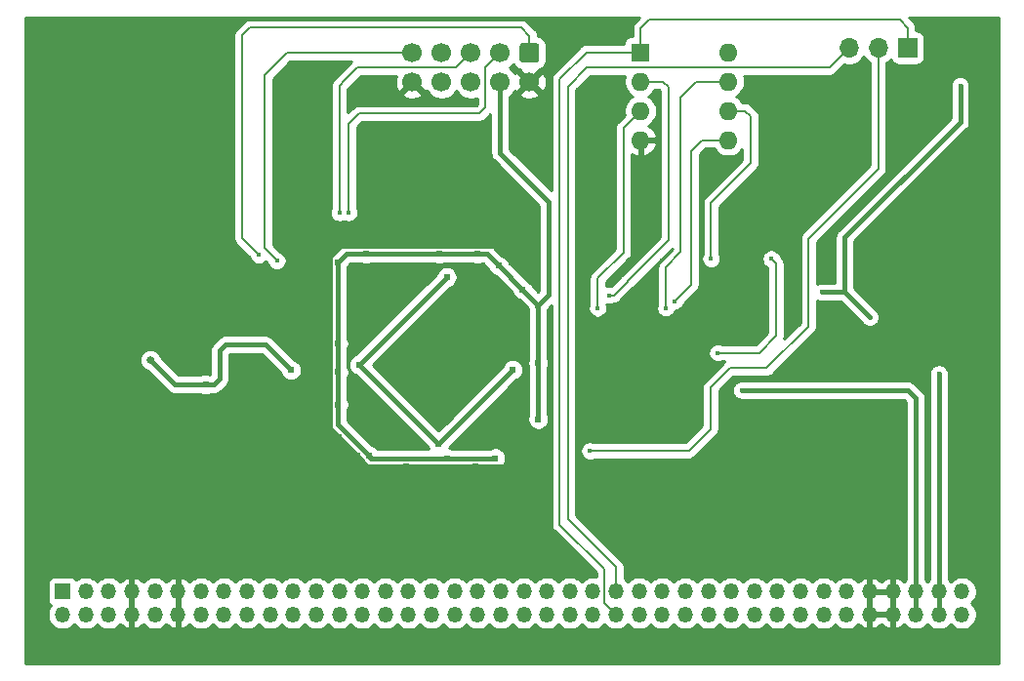
<source format=gbl>
G04 #@! TF.GenerationSoftware,KiCad,Pcbnew,(5.1.9)-1*
G04 #@! TF.CreationDate,2021-06-19T06:27:31+02:00*
G04 #@! TF.ProjectId,ZXUnCore,5a58556e-436f-4726-952e-6b696361645f,rev?*
G04 #@! TF.SameCoordinates,Original*
G04 #@! TF.FileFunction,Copper,L2,Bot*
G04 #@! TF.FilePolarity,Positive*
%FSLAX46Y46*%
G04 Gerber Fmt 4.6, Leading zero omitted, Abs format (unit mm)*
G04 Created by KiCad (PCBNEW (5.1.9)-1) date 2021-06-19 06:27:31*
%MOMM*%
%LPD*%
G01*
G04 APERTURE LIST*
G04 #@! TA.AperFunction,ComponentPad*
%ADD10O,1.700000X1.700000*%
G04 #@! TD*
G04 #@! TA.AperFunction,ComponentPad*
%ADD11R,1.700000X1.700000*%
G04 #@! TD*
G04 #@! TA.AperFunction,ComponentPad*
%ADD12C,1.700000*%
G04 #@! TD*
G04 #@! TA.AperFunction,ComponentPad*
%ADD13O,1.350000X1.350000*%
G04 #@! TD*
G04 #@! TA.AperFunction,ComponentPad*
%ADD14R,1.350000X1.350000*%
G04 #@! TD*
G04 #@! TA.AperFunction,ComponentPad*
%ADD15O,1.600000X1.600000*%
G04 #@! TD*
G04 #@! TA.AperFunction,ComponentPad*
%ADD16R,1.600000X1.600000*%
G04 #@! TD*
G04 #@! TA.AperFunction,ViaPad*
%ADD17C,0.400000*%
G04 #@! TD*
G04 #@! TA.AperFunction,ViaPad*
%ADD18C,0.609600*%
G04 #@! TD*
G04 #@! TA.AperFunction,ViaPad*
%ADD19C,0.654800*%
G04 #@! TD*
G04 #@! TA.AperFunction,ViaPad*
%ADD20C,0.660400*%
G04 #@! TD*
G04 #@! TA.AperFunction,Conductor*
%ADD21C,0.406400*%
G04 #@! TD*
G04 #@! TA.AperFunction,Conductor*
%ADD22C,0.203200*%
G04 #@! TD*
G04 #@! TA.AperFunction,Conductor*
%ADD23C,0.254000*%
G04 #@! TD*
G04 #@! TA.AperFunction,Conductor*
%ADD24C,0.100000*%
G04 #@! TD*
G04 APERTURE END LIST*
D10*
X172100000Y-66870000D03*
X174640000Y-66870000D03*
D11*
X177180000Y-66870000D03*
D12*
X134220000Y-69840000D03*
X136760000Y-69840000D03*
X139300000Y-69840000D03*
X141840000Y-69840000D03*
X144380000Y-69840000D03*
X134220000Y-67300000D03*
X136760000Y-67300000D03*
X139300000Y-67300000D03*
X141840000Y-67300000D03*
G04 #@! TA.AperFunction,ComponentPad*
G36*
G01*
X143780000Y-66450000D02*
X144980000Y-66450000D01*
G75*
G02*
X145230000Y-66700000I0J-250000D01*
G01*
X145230000Y-67900000D01*
G75*
G02*
X144980000Y-68150000I-250000J0D01*
G01*
X143780000Y-68150000D01*
G75*
G02*
X143530000Y-67900000I0J250000D01*
G01*
X143530000Y-66700000D01*
G75*
G02*
X143780000Y-66450000I250000J0D01*
G01*
G37*
G04 #@! TD.AperFunction*
D13*
X181886000Y-116046000D03*
X181886000Y-114046000D03*
X179886000Y-116046000D03*
X179886000Y-114046000D03*
X177886000Y-116046000D03*
X177886000Y-114046000D03*
X175886000Y-116046000D03*
X175886000Y-114046000D03*
X173886000Y-116046000D03*
X173886000Y-114046000D03*
X171886000Y-116046000D03*
X171886000Y-114046000D03*
X169886000Y-116046000D03*
X169886000Y-114046000D03*
X167886000Y-116046000D03*
X167886000Y-114046000D03*
X165886000Y-116046000D03*
X165886000Y-114046000D03*
X163886000Y-116046000D03*
X163886000Y-114046000D03*
X161886000Y-116046000D03*
X161886000Y-114046000D03*
X159886000Y-116046000D03*
X159886000Y-114046000D03*
X157886000Y-116046000D03*
X157886000Y-114046000D03*
X155886000Y-116046000D03*
X155886000Y-114046000D03*
X153886000Y-116046000D03*
X153886000Y-114046000D03*
X151886000Y-116046000D03*
X151886000Y-114046000D03*
X149886000Y-116046000D03*
X149886000Y-114046000D03*
X147886000Y-116046000D03*
X147886000Y-114046000D03*
X145886000Y-116046000D03*
X145886000Y-114046000D03*
X143886000Y-116046000D03*
X143886000Y-114046000D03*
X141886000Y-116046000D03*
X141886000Y-114046000D03*
X139886000Y-116046000D03*
X139886000Y-114046000D03*
X137886000Y-116046000D03*
X137886000Y-114046000D03*
X135886000Y-116046000D03*
X135886000Y-114046000D03*
X133886000Y-116046000D03*
X133886000Y-114046000D03*
X131886000Y-116046000D03*
X131886000Y-114046000D03*
X129886000Y-116046000D03*
X129886000Y-114046000D03*
X127886000Y-116046000D03*
X127886000Y-114046000D03*
X125886000Y-116046000D03*
X125886000Y-114046000D03*
X123886000Y-116046000D03*
X123886000Y-114046000D03*
X121886000Y-116046000D03*
X121886000Y-114046000D03*
X119886000Y-116046000D03*
X119886000Y-114046000D03*
X117886000Y-116046000D03*
X117886000Y-114046000D03*
X115886000Y-116046000D03*
X115886000Y-114046000D03*
X113886000Y-116046000D03*
X113886000Y-114046000D03*
X111886000Y-116046000D03*
X111886000Y-114046000D03*
X109886000Y-116046000D03*
X109886000Y-114046000D03*
X107886000Y-116046000D03*
X107886000Y-114046000D03*
X105886000Y-116046000D03*
X105886000Y-114046000D03*
X103886000Y-116046000D03*
D14*
X103886000Y-114046000D03*
D15*
X161640000Y-67250000D03*
X154020000Y-74870000D03*
X161640000Y-69790000D03*
X154020000Y-72330000D03*
X161640000Y-72330000D03*
X154020000Y-69790000D03*
X161640000Y-74870000D03*
D16*
X154020000Y-67250000D03*
D17*
X169060000Y-80160000D03*
D18*
X144102805Y-96339566D03*
X127849537Y-100680047D03*
X127055930Y-95691128D03*
X127055930Y-98527066D03*
X129458274Y-102288784D03*
X133704368Y-103159878D03*
X139680930Y-103159878D03*
X127055930Y-86831753D03*
X133688743Y-84034878D03*
X135993430Y-84034878D03*
X141934837Y-84632534D03*
X142838759Y-85516134D03*
X145063574Y-87553009D03*
X144102805Y-93566128D03*
X128001243Y-84034878D03*
X118680930Y-93628628D03*
D19*
X119345140Y-96586241D03*
D18*
X144100000Y-101580000D03*
D17*
X174180000Y-79300000D03*
X173860000Y-95440000D03*
X175530000Y-87840000D03*
X176610000Y-107360000D03*
X175670000Y-75400000D03*
X159250000Y-81200000D03*
X159400000Y-76330000D03*
X164310000Y-70810000D03*
X160120000Y-85160000D03*
X151297309Y-88332691D03*
X156980000Y-88840000D03*
X150290000Y-89450000D03*
X156210000Y-89440000D03*
X160707309Y-93332691D03*
X165350000Y-85180000D03*
X149620000Y-101840000D03*
D20*
X111492730Y-93952259D03*
D18*
X145141868Y-94214566D03*
X127790305Y-92534878D03*
X130454368Y-102261441D03*
X137212180Y-102472378D03*
X145134055Y-89198941D03*
X145141868Y-99081753D03*
X141415305Y-102472378D03*
X136579368Y-84745816D03*
X139860618Y-84745816D03*
X141716087Y-85780972D03*
X127790305Y-97816128D03*
X127790305Y-95011441D03*
X130212180Y-84745816D03*
X143779827Y-87844709D03*
X116282493Y-96073941D03*
D17*
X179886000Y-95154000D03*
X169740000Y-88070000D03*
X173900000Y-90250000D03*
D18*
X123700000Y-94830000D03*
D17*
X181730000Y-70160000D03*
D18*
X127770000Y-85500000D03*
D17*
X146070000Y-80280000D03*
D18*
X136493430Y-101269253D03*
X142923118Y-94808316D03*
X129587180Y-94363003D03*
X137204368Y-86753628D03*
D17*
X177886000Y-97276000D03*
X162780000Y-96580000D03*
X132695000Y-97470000D03*
X127900000Y-81170000D03*
X120902691Y-84832691D03*
X122480000Y-85340000D03*
X128700000Y-81170000D03*
D21*
X144102805Y-96339566D02*
X144102805Y-99959359D01*
X144102805Y-99959359D02*
X144102805Y-102152066D01*
X130329368Y-103159878D02*
X132157493Y-103159878D01*
X132157493Y-103159878D02*
X133704368Y-103159878D01*
X133704368Y-103159878D02*
X137836340Y-103159878D01*
X137836340Y-103159878D02*
X139680930Y-103159878D01*
X128001243Y-84034878D02*
X127055930Y-84980191D01*
X127055930Y-84980191D02*
X127055930Y-86831753D01*
X127055930Y-86831753D02*
X127055930Y-95691128D01*
X127055930Y-98527066D02*
X127055930Y-99886441D01*
X127055930Y-99886441D02*
X127849537Y-100680047D01*
X127849537Y-100680047D02*
X129458274Y-102288784D01*
X129458274Y-102288784D02*
X130329368Y-103159878D01*
X128001243Y-84034878D02*
X133688743Y-84034878D01*
X133688743Y-84034878D02*
X135993430Y-84034878D01*
X135993430Y-84034878D02*
X141337180Y-84034878D01*
X141337180Y-84034878D02*
X141934837Y-84632534D01*
X141934837Y-84632534D02*
X142838759Y-85516134D01*
X142838759Y-85516134D02*
X144216521Y-86914219D01*
X144216521Y-86914219D02*
X144855312Y-87553009D01*
X144102805Y-93566128D02*
X144102805Y-96339566D01*
X127055930Y-95691128D02*
X127055930Y-96545600D01*
X127055930Y-96545600D02*
X127055930Y-96606559D01*
X127055930Y-96606559D02*
X127055930Y-98527066D01*
X118680930Y-93628628D02*
X118680930Y-94249441D01*
X118680930Y-94249441D02*
X118680930Y-95922031D01*
X132165305Y-103167691D02*
X132157493Y-103159878D01*
X145063574Y-87553009D02*
X144855312Y-87553009D01*
X127054562Y-96605191D02*
X127055930Y-96606559D01*
X118680930Y-95922031D02*
X119345140Y-96586241D01*
D22*
X118707649Y-94222722D02*
X118680930Y-94249441D01*
D21*
X139680930Y-103159878D02*
X143094993Y-103159878D01*
X143094993Y-103159878D02*
X144102805Y-102152066D01*
X119345140Y-96586241D02*
X127015290Y-96586241D01*
X127015290Y-96586241D02*
X127055930Y-96545600D01*
D22*
X160120000Y-85160000D02*
X160120000Y-80330000D01*
X160120000Y-80330000D02*
X163560000Y-76890000D01*
X163560000Y-76890000D02*
X163560000Y-72810000D01*
X163080000Y-72330000D02*
X161640000Y-72330000D01*
X163560000Y-72810000D02*
X163080000Y-72330000D01*
X151677309Y-88332691D02*
X151297309Y-88332691D01*
X152860000Y-87150000D02*
X151677309Y-88332691D01*
X152860000Y-87140000D02*
X152860000Y-87150000D01*
X156430000Y-83570000D02*
X152860000Y-87140000D01*
X156430000Y-70280000D02*
X156430000Y-83570000D01*
X155940000Y-69790000D02*
X156430000Y-70280000D01*
X154020000Y-69790000D02*
X155940000Y-69790000D01*
X158390000Y-87430000D02*
X156980000Y-88840000D01*
X156980000Y-88840000D02*
X156980000Y-88840000D01*
X158390000Y-87430000D02*
X158390000Y-75810000D01*
X159330000Y-74870000D02*
X161640000Y-74870000D01*
X158390000Y-75810000D02*
X159330000Y-74870000D01*
X152529790Y-84630210D02*
X150290000Y-86870000D01*
X150290000Y-86870000D02*
X150290000Y-89450000D01*
X150290000Y-89450000D02*
X150290000Y-89450000D01*
X152529790Y-73820210D02*
X154020000Y-72330000D01*
X152529790Y-84630210D02*
X152529790Y-73820210D01*
X156210000Y-89440000D02*
X156210000Y-89440000D01*
X156210000Y-89440000D02*
X156210000Y-85880000D01*
X156210000Y-85880000D02*
X157490000Y-84600000D01*
X157490000Y-84600000D02*
X157490000Y-71150000D01*
X158850000Y-69790000D02*
X161640000Y-69790000D01*
X157490000Y-71150000D02*
X158850000Y-69790000D01*
X160707309Y-93332691D02*
X164287309Y-93332691D01*
X164287309Y-93332691D02*
X165760000Y-91860000D01*
X165760000Y-85590000D02*
X165350000Y-85180000D01*
X165350000Y-85180000D02*
X165350000Y-85180000D01*
X165760000Y-91860000D02*
X165760000Y-85590000D01*
X149620000Y-101840000D02*
X158200000Y-101840000D01*
X158200000Y-101840000D02*
X160080000Y-99960000D01*
X160080000Y-99960000D02*
X160080000Y-96340000D01*
X160080000Y-96340000D02*
X161750000Y-94670000D01*
X161750000Y-94670000D02*
X164950000Y-94670000D01*
X164950000Y-94670000D02*
X168580000Y-91040000D01*
X168580000Y-91040000D02*
X168580000Y-83420000D01*
X174640000Y-77360000D02*
X174640000Y-66870000D01*
X168580000Y-83420000D02*
X174640000Y-77360000D01*
D21*
X111542730Y-93902259D02*
X111492730Y-93952259D01*
X145141868Y-94214566D02*
X145141868Y-99081753D01*
X141415305Y-102472378D02*
X137212180Y-102472378D01*
X137212180Y-102472378D02*
X130649680Y-102472378D01*
X130649680Y-102472378D02*
X130454368Y-102261441D01*
X130454368Y-102261441D02*
X129759130Y-101578709D01*
X129759130Y-101578709D02*
X127790305Y-99589566D01*
X127790305Y-99589566D02*
X127790305Y-97816128D01*
X127790305Y-97816128D02*
X127790305Y-95011441D01*
X127790305Y-95011441D02*
X127790305Y-92534878D01*
X127790305Y-92534878D02*
X127790305Y-85480191D01*
X145134055Y-89198941D02*
X145134055Y-94011441D01*
X145134055Y-94011441D02*
X145141868Y-94214566D01*
X128524680Y-84745816D02*
X130212180Y-84745816D01*
X130212180Y-84745816D02*
X136579368Y-84745816D01*
X136579368Y-84745816D02*
X139860618Y-84745816D01*
X139860618Y-84745816D02*
X140680930Y-84745816D01*
X140680930Y-84745816D02*
X141716087Y-85780972D01*
X141716087Y-85780972D02*
X143779827Y-87844709D01*
X143779827Y-87844709D02*
X145134055Y-89198941D01*
X128524680Y-84745816D02*
X127790305Y-85480191D01*
X116282493Y-96073941D02*
X114837180Y-96073941D01*
D22*
X114868430Y-96105191D02*
X114837180Y-96073941D01*
X116286980Y-96078428D02*
X116282493Y-96073941D01*
D21*
X114837180Y-96073941D02*
X113614412Y-96073941D01*
X113614412Y-96073941D02*
X111492730Y-93952259D01*
X179886000Y-116046000D02*
X179886000Y-114046000D01*
X179886000Y-114046000D02*
X179886000Y-95154000D01*
X179886000Y-95154000D02*
X179886000Y-95154000D01*
X169740000Y-88070000D02*
X171720000Y-88070000D01*
X171720000Y-88070000D02*
X173900000Y-90250000D01*
X173900000Y-90250000D02*
X173900000Y-90250000D01*
X171720000Y-88070000D02*
X171720000Y-84350000D01*
X127790305Y-85480191D02*
X127790305Y-85480191D01*
X116282493Y-96073941D02*
X117026059Y-96073941D01*
X117026059Y-96073941D02*
X117500000Y-95600000D01*
X117500000Y-95600000D02*
X117500000Y-93130000D01*
X117500000Y-93130000D02*
X118040000Y-92590000D01*
X121460000Y-92590000D02*
X123700000Y-94830000D01*
X118040000Y-92590000D02*
X121460000Y-92590000D01*
X145134055Y-89198941D02*
X146070000Y-88262996D01*
X146070000Y-88262996D02*
X146070000Y-80220000D01*
X141840000Y-75990000D02*
X141840000Y-69840000D01*
X146070000Y-80220000D02*
X141840000Y-75990000D01*
X171720000Y-84350000D02*
X171720000Y-83320000D01*
X171720000Y-83320000D02*
X181730000Y-73310000D01*
X181730000Y-73310000D02*
X181730000Y-70180000D01*
X136493430Y-101269253D02*
X129587180Y-94363003D01*
X129587180Y-94363003D02*
X129594993Y-94363003D01*
X129594993Y-94363003D02*
X137204368Y-86753628D01*
X142923118Y-94808316D02*
X142923118Y-94839566D01*
X142923118Y-94839566D02*
X137677590Y-100085094D01*
X137677590Y-100085094D02*
X136493430Y-101269253D01*
X177886000Y-116046000D02*
X177886000Y-114046000D01*
X177886000Y-114046000D02*
X177886000Y-97276000D01*
X177886000Y-97276000D02*
X177886000Y-97276000D01*
X173690000Y-96580000D02*
X173690000Y-96580000D01*
X177190000Y-96580000D02*
X177886000Y-97276000D01*
X162780000Y-96580000D02*
X177190000Y-96580000D01*
D22*
X151886000Y-116046000D02*
X150890000Y-115050000D01*
X150890000Y-115050000D02*
X150890000Y-112120000D01*
X150890000Y-112120000D02*
X147010000Y-108240000D01*
X177180000Y-66870000D02*
X177180000Y-65150000D01*
X177180000Y-65150000D02*
X176480000Y-64450000D01*
X176480000Y-64450000D02*
X154770000Y-64450000D01*
X149310000Y-67250000D02*
X147010000Y-69550000D01*
X154020000Y-67250000D02*
X149310000Y-67250000D01*
X147010000Y-108240000D02*
X147010000Y-69550000D01*
X154020000Y-65200000D02*
X154770000Y-64450000D01*
X154020000Y-67250000D02*
X154020000Y-65200000D01*
X151886000Y-114046000D02*
X151886000Y-111936000D01*
X151886000Y-111936000D02*
X147700000Y-107750000D01*
X147700000Y-107750000D02*
X147700000Y-70230000D01*
X147700000Y-70230000D02*
X149370000Y-68560000D01*
X170410000Y-68560000D02*
X172100000Y-66870000D01*
X149370000Y-68560000D02*
X170410000Y-68560000D01*
X138030000Y-68570000D02*
X139300000Y-67300000D01*
X129470000Y-68570000D02*
X138030000Y-68570000D01*
X127900000Y-70140000D02*
X128360000Y-69680000D01*
X127900000Y-81170000D02*
X127900000Y-70140000D01*
X128360000Y-69680000D02*
X129470000Y-68570000D01*
X144380000Y-67300000D02*
X144380000Y-65820000D01*
X144380000Y-65820000D02*
X143670000Y-65110000D01*
X143670000Y-65110000D02*
X120140000Y-65110000D01*
X120140000Y-65110000D02*
X119450000Y-65800000D01*
X119450000Y-83380000D02*
X120902691Y-84832691D01*
X119450000Y-65800000D02*
X119450000Y-83380000D01*
X134220000Y-67300000D02*
X123340000Y-67300000D01*
X123340000Y-67300000D02*
X121400000Y-69240000D01*
X121400000Y-69240000D02*
X121400000Y-84260000D01*
X121400000Y-84260000D02*
X122480000Y-85340000D01*
X122480000Y-85340000D02*
X122480000Y-85340000D01*
X128925000Y-73245000D02*
X129600000Y-72570000D01*
X128700000Y-81170000D02*
X128700000Y-73470000D01*
X128700000Y-73470000D02*
X128925000Y-73245000D01*
X140040000Y-72570000D02*
X140570000Y-72040000D01*
X129600000Y-72570000D02*
X140040000Y-72570000D01*
X140570000Y-72040000D02*
X140570000Y-68570000D01*
X140570000Y-68570000D02*
X141840000Y-67300000D01*
D23*
X153524732Y-64653559D02*
X153496626Y-64676625D01*
X153473560Y-64704731D01*
X153473558Y-64704733D01*
X153404576Y-64788788D01*
X153336178Y-64916753D01*
X153294059Y-65055602D01*
X153279836Y-65200000D01*
X153283401Y-65236193D01*
X153283401Y-65811928D01*
X153220000Y-65811928D01*
X153095518Y-65824188D01*
X152975820Y-65860498D01*
X152865506Y-65919463D01*
X152768815Y-65998815D01*
X152689463Y-66095506D01*
X152630498Y-66205820D01*
X152594188Y-66325518D01*
X152581928Y-66450000D01*
X152581928Y-66513400D01*
X149346175Y-66513400D01*
X149309999Y-66509837D01*
X149273823Y-66513400D01*
X149273814Y-66513400D01*
X149165601Y-66524058D01*
X149026751Y-66566178D01*
X148898787Y-66634576D01*
X148898785Y-66634577D01*
X148898786Y-66634577D01*
X148819068Y-66700000D01*
X148786625Y-66726625D01*
X148763559Y-66754731D01*
X146514732Y-69003559D01*
X146486626Y-69026625D01*
X146463560Y-69054731D01*
X146463558Y-69054733D01*
X146394576Y-69138788D01*
X146326178Y-69266753D01*
X146320357Y-69285942D01*
X146285195Y-69401858D01*
X146284059Y-69405602D01*
X146269836Y-69550000D01*
X146273401Y-69586193D01*
X146273401Y-79238007D01*
X142678200Y-75642807D01*
X142678200Y-71065927D01*
X142786632Y-70993475D01*
X142911710Y-70868397D01*
X143531208Y-70868397D01*
X143608843Y-71117472D01*
X143872883Y-71243371D01*
X144156411Y-71315339D01*
X144448531Y-71330611D01*
X144738019Y-71288599D01*
X145013747Y-71190919D01*
X145151157Y-71117472D01*
X145228792Y-70868397D01*
X144380000Y-70019605D01*
X143531208Y-70868397D01*
X142911710Y-70868397D01*
X142993475Y-70786632D01*
X143109311Y-70613271D01*
X143351603Y-70688792D01*
X144200395Y-69840000D01*
X144559605Y-69840000D01*
X145408397Y-70688792D01*
X145657472Y-70611157D01*
X145783371Y-70347117D01*
X145855339Y-70063589D01*
X145870611Y-69771469D01*
X145828599Y-69481981D01*
X145730919Y-69206253D01*
X145657472Y-69068843D01*
X145408397Y-68991208D01*
X144559605Y-69840000D01*
X144200395Y-69840000D01*
X143351603Y-68991208D01*
X143109311Y-69066729D01*
X142993475Y-68893368D01*
X142786632Y-68686525D01*
X142612240Y-68570000D01*
X142786632Y-68453475D01*
X142973715Y-68266392D01*
X143041595Y-68393386D01*
X143152038Y-68527962D01*
X143286614Y-68638405D01*
X143440150Y-68720472D01*
X143549293Y-68753580D01*
X143531208Y-68811603D01*
X144380000Y-69660395D01*
X145228792Y-68811603D01*
X145210707Y-68753580D01*
X145319850Y-68720472D01*
X145473386Y-68638405D01*
X145607962Y-68527962D01*
X145718405Y-68393386D01*
X145800472Y-68239850D01*
X145851008Y-68073254D01*
X145868072Y-67900000D01*
X145868072Y-66700000D01*
X145851008Y-66526746D01*
X145800472Y-66360150D01*
X145718405Y-66206614D01*
X145607962Y-66072038D01*
X145473386Y-65961595D01*
X145319850Y-65879528D01*
X145153254Y-65828992D01*
X145119605Y-65825678D01*
X145120164Y-65820000D01*
X145105942Y-65675601D01*
X145086410Y-65611212D01*
X145063822Y-65536751D01*
X144995424Y-65408787D01*
X144903375Y-65296625D01*
X144875269Y-65273559D01*
X144216445Y-64614736D01*
X144193375Y-64586625D01*
X144081213Y-64494576D01*
X143953249Y-64426178D01*
X143814399Y-64384058D01*
X143706186Y-64373400D01*
X143706183Y-64373400D01*
X143670000Y-64369836D01*
X143633817Y-64373400D01*
X120176175Y-64373400D01*
X120139999Y-64369837D01*
X120103823Y-64373400D01*
X120103814Y-64373400D01*
X119995601Y-64384058D01*
X119856751Y-64426178D01*
X119728787Y-64494576D01*
X119616625Y-64586625D01*
X119593554Y-64614737D01*
X118954732Y-65253559D01*
X118926625Y-65276626D01*
X118834576Y-65388788D01*
X118766178Y-65516752D01*
X118724058Y-65655602D01*
X118715111Y-65746442D01*
X118709836Y-65800000D01*
X118713400Y-65836183D01*
X118713401Y-83343807D01*
X118709836Y-83380000D01*
X118714328Y-83425602D01*
X118724059Y-83524399D01*
X118736193Y-83564398D01*
X118766178Y-83663247D01*
X118834576Y-83791212D01*
X118885489Y-83853249D01*
X118926626Y-83903375D01*
X118954732Y-83926441D01*
X120098598Y-85070307D01*
X120099780Y-85076251D01*
X120162724Y-85228212D01*
X120254104Y-85364972D01*
X120370410Y-85481278D01*
X120507170Y-85572658D01*
X120659131Y-85635602D01*
X120820451Y-85667691D01*
X120984931Y-85667691D01*
X121146251Y-85635602D01*
X121298212Y-85572658D01*
X121434972Y-85481278D01*
X121507270Y-85408980D01*
X121675907Y-85577616D01*
X121677089Y-85583560D01*
X121740033Y-85735521D01*
X121831413Y-85872281D01*
X121947719Y-85988587D01*
X122084479Y-86079967D01*
X122236440Y-86142911D01*
X122397760Y-86175000D01*
X122562240Y-86175000D01*
X122723560Y-86142911D01*
X122875521Y-86079967D01*
X123012281Y-85988587D01*
X123128587Y-85872281D01*
X123219967Y-85735521D01*
X123282911Y-85583560D01*
X123315000Y-85422240D01*
X123315000Y-85257760D01*
X123282911Y-85096440D01*
X123219967Y-84944479D01*
X123128587Y-84807719D01*
X123012281Y-84691413D01*
X122875521Y-84600033D01*
X122723560Y-84537089D01*
X122717616Y-84535907D01*
X122136600Y-83954891D01*
X122136600Y-69545109D01*
X123645110Y-68036600D01*
X128958840Y-68036600D01*
X128946625Y-68046625D01*
X128923559Y-68074731D01*
X127864733Y-69133558D01*
X127404732Y-69593559D01*
X127376626Y-69616625D01*
X127353560Y-69644731D01*
X127353558Y-69644733D01*
X127284576Y-69728788D01*
X127216178Y-69856753D01*
X127174059Y-69995602D01*
X127159836Y-70140000D01*
X127163401Y-70176193D01*
X127163400Y-80769440D01*
X127160033Y-80774479D01*
X127097089Y-80926440D01*
X127065000Y-81087760D01*
X127065000Y-81252240D01*
X127097089Y-81413560D01*
X127160033Y-81565521D01*
X127251413Y-81702281D01*
X127367719Y-81818587D01*
X127504479Y-81909967D01*
X127656440Y-81972911D01*
X127817760Y-82005000D01*
X127982240Y-82005000D01*
X128143560Y-81972911D01*
X128295521Y-81909967D01*
X128300000Y-81906974D01*
X128304479Y-81909967D01*
X128456440Y-81972911D01*
X128617760Y-82005000D01*
X128782240Y-82005000D01*
X128943560Y-81972911D01*
X129095521Y-81909967D01*
X129232281Y-81818587D01*
X129348587Y-81702281D01*
X129439967Y-81565521D01*
X129502911Y-81413560D01*
X129535000Y-81252240D01*
X129535000Y-81087760D01*
X129502911Y-80926440D01*
X129439967Y-80774479D01*
X129436600Y-80769440D01*
X129436600Y-73775109D01*
X129471442Y-73740267D01*
X129905110Y-73306600D01*
X140003817Y-73306600D01*
X140040000Y-73310164D01*
X140076183Y-73306600D01*
X140076186Y-73306600D01*
X140184399Y-73295942D01*
X140323249Y-73253822D01*
X140451213Y-73185424D01*
X140563375Y-73093375D01*
X140586445Y-73065264D01*
X141001801Y-72649909D01*
X141001800Y-75948837D01*
X140997746Y-75990000D01*
X141001800Y-76031163D01*
X141001800Y-76031169D01*
X141013929Y-76154315D01*
X141061858Y-76312316D01*
X141139691Y-76457931D01*
X141244436Y-76585564D01*
X141276418Y-76611811D01*
X145231801Y-80567195D01*
X145231800Y-87915802D01*
X145134056Y-88013547D01*
X144678152Y-87557641D01*
X144612667Y-87399547D01*
X144509817Y-87245622D01*
X144378914Y-87114719D01*
X144224989Y-87011869D01*
X144066896Y-86946385D01*
X142614411Y-85493904D01*
X142548927Y-85335810D01*
X142446077Y-85181885D01*
X142315174Y-85050982D01*
X142161249Y-84948132D01*
X142003155Y-84882648D01*
X141302741Y-84182234D01*
X141276494Y-84150252D01*
X141148862Y-84045507D01*
X141003247Y-83967674D01*
X140845246Y-83919745D01*
X140722100Y-83907616D01*
X140722092Y-83907616D01*
X140680930Y-83903562D01*
X140639767Y-83907616D01*
X140292840Y-83907616D01*
X140134747Y-83842132D01*
X139953180Y-83806016D01*
X139768056Y-83806016D01*
X139586489Y-83842132D01*
X139428396Y-83907616D01*
X137011590Y-83907616D01*
X136853497Y-83842132D01*
X136671930Y-83806016D01*
X136486806Y-83806016D01*
X136305239Y-83842132D01*
X136147146Y-83907616D01*
X130644402Y-83907616D01*
X130486309Y-83842132D01*
X130304742Y-83806016D01*
X130119618Y-83806016D01*
X129938051Y-83842132D01*
X129779958Y-83907616D01*
X128565842Y-83907616D01*
X128524679Y-83903562D01*
X128483516Y-83907616D01*
X128483510Y-83907616D01*
X128360364Y-83919745D01*
X128202363Y-83967674D01*
X128114221Y-84014787D01*
X128056748Y-84045507D01*
X128010126Y-84083769D01*
X127929116Y-84150252D01*
X127902873Y-84182229D01*
X127483777Y-84601325D01*
X127324838Y-84667160D01*
X127170913Y-84770010D01*
X127040010Y-84900913D01*
X126937160Y-85054838D01*
X126866316Y-85225871D01*
X126830200Y-85407438D01*
X126830200Y-85592562D01*
X126866316Y-85774129D01*
X126937160Y-85945162D01*
X126952106Y-85967530D01*
X126952105Y-92102656D01*
X126886621Y-92260749D01*
X126850505Y-92442316D01*
X126850505Y-92627440D01*
X126886621Y-92809007D01*
X126952106Y-92967102D01*
X126952105Y-94579219D01*
X126886621Y-94737312D01*
X126850505Y-94918879D01*
X126850505Y-95104003D01*
X126886621Y-95285570D01*
X126952106Y-95443665D01*
X126952105Y-97383906D01*
X126886621Y-97541999D01*
X126850505Y-97723566D01*
X126850505Y-97908690D01*
X126886621Y-98090257D01*
X126952106Y-98248352D01*
X126952105Y-99546247D01*
X126948062Y-99585243D01*
X126952105Y-99628571D01*
X126952105Y-99630735D01*
X126955944Y-99669712D01*
X126963402Y-99749638D01*
X126964021Y-99751716D01*
X126964234Y-99753881D01*
X126987595Y-99830892D01*
X127010519Y-99907884D01*
X127011533Y-99909804D01*
X127012163Y-99911882D01*
X127050054Y-99982770D01*
X127087603Y-100053896D01*
X127088973Y-100055583D01*
X127089996Y-100057497D01*
X127141040Y-100119695D01*
X127165612Y-100149951D01*
X127167125Y-100151480D01*
X127194741Y-100185130D01*
X127225058Y-100210011D01*
X129138638Y-102143339D01*
X129142462Y-102147914D01*
X129167578Y-102172578D01*
X129192360Y-102197616D01*
X129196954Y-102201426D01*
X129559917Y-102557860D01*
X129621528Y-102706603D01*
X129724378Y-102860528D01*
X129855281Y-102991431D01*
X130009206Y-103094281D01*
X130158460Y-103156104D01*
X130169190Y-103162381D01*
X130181748Y-103172687D01*
X130240362Y-103204017D01*
X130297695Y-103237557D01*
X130313039Y-103242863D01*
X130327363Y-103250520D01*
X130390962Y-103269813D01*
X130453738Y-103291523D01*
X130469821Y-103293734D01*
X130485364Y-103298449D01*
X130551501Y-103304963D01*
X130617309Y-103314010D01*
X130674700Y-103310578D01*
X136779958Y-103310578D01*
X136938051Y-103376062D01*
X137119618Y-103412178D01*
X137304742Y-103412178D01*
X137486309Y-103376062D01*
X137644402Y-103310578D01*
X140983083Y-103310578D01*
X141141176Y-103376062D01*
X141322743Y-103412178D01*
X141507867Y-103412178D01*
X141689434Y-103376062D01*
X141860467Y-103305218D01*
X142014392Y-103202368D01*
X142145295Y-103071465D01*
X142248145Y-102917540D01*
X142318989Y-102746507D01*
X142355105Y-102564940D01*
X142355105Y-102379816D01*
X142318989Y-102198249D01*
X142248145Y-102027216D01*
X142145295Y-101873291D01*
X142014392Y-101742388D01*
X141860467Y-101639538D01*
X141689434Y-101568694D01*
X141507867Y-101532578D01*
X141322743Y-101532578D01*
X141141176Y-101568694D01*
X140983083Y-101634178D01*
X137644402Y-101634178D01*
X137486309Y-101568694D01*
X137397123Y-101550954D01*
X143263535Y-95684542D01*
X143368280Y-95641156D01*
X143522205Y-95538306D01*
X143653108Y-95407403D01*
X143755958Y-95253478D01*
X143826802Y-95082445D01*
X143862918Y-94900878D01*
X143862918Y-94715754D01*
X143826802Y-94534187D01*
X143755958Y-94363154D01*
X143653108Y-94209229D01*
X143522205Y-94078326D01*
X143368280Y-93975476D01*
X143197247Y-93904632D01*
X143015680Y-93868516D01*
X142830556Y-93868516D01*
X142648989Y-93904632D01*
X142477956Y-93975476D01*
X142324031Y-94078326D01*
X142193128Y-94209229D01*
X142090278Y-94363154D01*
X142019434Y-94534187D01*
X142013557Y-94563733D01*
X137114010Y-99463281D01*
X137114004Y-99463286D01*
X136493430Y-100083860D01*
X130776480Y-94366909D01*
X137491438Y-87651951D01*
X137649530Y-87586468D01*
X137803455Y-87483618D01*
X137934358Y-87352715D01*
X138037208Y-87198790D01*
X138108052Y-87027757D01*
X138144168Y-86846190D01*
X138144168Y-86661066D01*
X138108052Y-86479499D01*
X138037208Y-86308466D01*
X137934358Y-86154541D01*
X137803455Y-86023638D01*
X137649530Y-85920788D01*
X137478497Y-85849944D01*
X137296930Y-85813828D01*
X137111806Y-85813828D01*
X136930239Y-85849944D01*
X136759206Y-85920788D01*
X136605281Y-86023638D01*
X136474378Y-86154541D01*
X136371528Y-86308466D01*
X136306045Y-86466558D01*
X129313342Y-93459261D01*
X129313051Y-93459319D01*
X129142018Y-93530163D01*
X128988093Y-93633013D01*
X128857190Y-93763916D01*
X128754340Y-93917841D01*
X128683496Y-94088874D01*
X128647380Y-94270441D01*
X128647380Y-94455565D01*
X128683496Y-94637132D01*
X128754340Y-94808165D01*
X128857190Y-94962090D01*
X128988093Y-95092993D01*
X129142018Y-95195843D01*
X129300111Y-95261327D01*
X135595107Y-101556323D01*
X135627355Y-101634178D01*
X131156182Y-101634178D01*
X131053455Y-101531451D01*
X130899530Y-101428601D01*
X130731841Y-101359142D01*
X130350680Y-100984838D01*
X128628505Y-99244891D01*
X128628505Y-98248350D01*
X128693989Y-98090257D01*
X128730105Y-97908690D01*
X128730105Y-97723566D01*
X128693989Y-97541999D01*
X128628505Y-97383906D01*
X128628505Y-95443663D01*
X128693989Y-95285570D01*
X128730105Y-95104003D01*
X128730105Y-94918879D01*
X128693989Y-94737312D01*
X128628505Y-94579219D01*
X128628505Y-92967100D01*
X128693989Y-92809007D01*
X128730105Y-92627440D01*
X128730105Y-92442316D01*
X128693989Y-92260749D01*
X128628505Y-92102656D01*
X128628505Y-85883201D01*
X128667973Y-85787916D01*
X128871874Y-85584016D01*
X129779958Y-85584016D01*
X129938051Y-85649500D01*
X130119618Y-85685616D01*
X130304742Y-85685616D01*
X130486309Y-85649500D01*
X130644402Y-85584016D01*
X136147146Y-85584016D01*
X136305239Y-85649500D01*
X136486806Y-85685616D01*
X136671930Y-85685616D01*
X136853497Y-85649500D01*
X137011590Y-85584016D01*
X139428396Y-85584016D01*
X139586489Y-85649500D01*
X139768056Y-85685616D01*
X139953180Y-85685616D01*
X140134747Y-85649500D01*
X140292840Y-85584016D01*
X140333737Y-85584016D01*
X140817764Y-86068043D01*
X140883247Y-86226134D01*
X140986097Y-86380059D01*
X141117000Y-86510962D01*
X141270925Y-86613812D01*
X141429019Y-86679296D01*
X142881503Y-88131779D01*
X142946987Y-88289871D01*
X143049837Y-88443796D01*
X143180740Y-88574699D01*
X143334665Y-88677549D01*
X143492756Y-88743032D01*
X144235731Y-89486010D01*
X144295855Y-89631163D01*
X144295856Y-93801204D01*
X144238184Y-93940437D01*
X144202068Y-94122004D01*
X144202068Y-94307128D01*
X144238184Y-94488695D01*
X144303668Y-94646788D01*
X144303669Y-98649529D01*
X144238184Y-98807624D01*
X144202068Y-98989191D01*
X144202068Y-99174315D01*
X144238184Y-99355882D01*
X144309028Y-99526915D01*
X144411878Y-99680840D01*
X144542781Y-99811743D01*
X144696706Y-99914593D01*
X144867739Y-99985437D01*
X145049306Y-100021553D01*
X145234430Y-100021553D01*
X145415997Y-99985437D01*
X145587030Y-99914593D01*
X145740955Y-99811743D01*
X145871858Y-99680840D01*
X145974708Y-99526915D01*
X146045552Y-99355882D01*
X146081668Y-99174315D01*
X146081668Y-98989191D01*
X146045552Y-98807624D01*
X145980068Y-98649531D01*
X145980068Y-94646788D01*
X146045552Y-94488695D01*
X146081668Y-94307128D01*
X146081668Y-94122004D01*
X146045552Y-93940437D01*
X145974708Y-93769404D01*
X145972255Y-93765733D01*
X145972255Y-89631163D01*
X146032379Y-89486010D01*
X146273400Y-89244989D01*
X146273400Y-108203817D01*
X146269836Y-108240000D01*
X146273400Y-108276183D01*
X146273400Y-108276185D01*
X146284058Y-108384398D01*
X146326178Y-108523248D01*
X146394576Y-108651212D01*
X146486625Y-108763374D01*
X146514732Y-108786441D01*
X150153401Y-112425111D01*
X150153401Y-112763525D01*
X150015024Y-112736000D01*
X149756976Y-112736000D01*
X149503887Y-112786342D01*
X149265482Y-112885093D01*
X149050923Y-113028456D01*
X148886000Y-113193379D01*
X148721077Y-113028456D01*
X148506518Y-112885093D01*
X148268113Y-112786342D01*
X148015024Y-112736000D01*
X147756976Y-112736000D01*
X147503887Y-112786342D01*
X147265482Y-112885093D01*
X147050923Y-113028456D01*
X146886000Y-113193379D01*
X146721077Y-113028456D01*
X146506518Y-112885093D01*
X146268113Y-112786342D01*
X146015024Y-112736000D01*
X145756976Y-112736000D01*
X145503887Y-112786342D01*
X145265482Y-112885093D01*
X145050923Y-113028456D01*
X144886000Y-113193379D01*
X144721077Y-113028456D01*
X144506518Y-112885093D01*
X144268113Y-112786342D01*
X144015024Y-112736000D01*
X143756976Y-112736000D01*
X143503887Y-112786342D01*
X143265482Y-112885093D01*
X143050923Y-113028456D01*
X142886000Y-113193379D01*
X142721077Y-113028456D01*
X142506518Y-112885093D01*
X142268113Y-112786342D01*
X142015024Y-112736000D01*
X141756976Y-112736000D01*
X141503887Y-112786342D01*
X141265482Y-112885093D01*
X141050923Y-113028456D01*
X140886000Y-113193379D01*
X140721077Y-113028456D01*
X140506518Y-112885093D01*
X140268113Y-112786342D01*
X140015024Y-112736000D01*
X139756976Y-112736000D01*
X139503887Y-112786342D01*
X139265482Y-112885093D01*
X139050923Y-113028456D01*
X138886000Y-113193379D01*
X138721077Y-113028456D01*
X138506518Y-112885093D01*
X138268113Y-112786342D01*
X138015024Y-112736000D01*
X137756976Y-112736000D01*
X137503887Y-112786342D01*
X137265482Y-112885093D01*
X137050923Y-113028456D01*
X136886000Y-113193379D01*
X136721077Y-113028456D01*
X136506518Y-112885093D01*
X136268113Y-112786342D01*
X136015024Y-112736000D01*
X135756976Y-112736000D01*
X135503887Y-112786342D01*
X135265482Y-112885093D01*
X135050923Y-113028456D01*
X134886000Y-113193379D01*
X134721077Y-113028456D01*
X134506518Y-112885093D01*
X134268113Y-112786342D01*
X134015024Y-112736000D01*
X133756976Y-112736000D01*
X133503887Y-112786342D01*
X133265482Y-112885093D01*
X133050923Y-113028456D01*
X132886000Y-113193379D01*
X132721077Y-113028456D01*
X132506518Y-112885093D01*
X132268113Y-112786342D01*
X132015024Y-112736000D01*
X131756976Y-112736000D01*
X131503887Y-112786342D01*
X131265482Y-112885093D01*
X131050923Y-113028456D01*
X130886000Y-113193379D01*
X130721077Y-113028456D01*
X130506518Y-112885093D01*
X130268113Y-112786342D01*
X130015024Y-112736000D01*
X129756976Y-112736000D01*
X129503887Y-112786342D01*
X129265482Y-112885093D01*
X129050923Y-113028456D01*
X128886000Y-113193379D01*
X128721077Y-113028456D01*
X128506518Y-112885093D01*
X128268113Y-112786342D01*
X128015024Y-112736000D01*
X127756976Y-112736000D01*
X127503887Y-112786342D01*
X127265482Y-112885093D01*
X127050923Y-113028456D01*
X126886000Y-113193379D01*
X126721077Y-113028456D01*
X126506518Y-112885093D01*
X126268113Y-112786342D01*
X126015024Y-112736000D01*
X125756976Y-112736000D01*
X125503887Y-112786342D01*
X125265482Y-112885093D01*
X125050923Y-113028456D01*
X124886000Y-113193379D01*
X124721077Y-113028456D01*
X124506518Y-112885093D01*
X124268113Y-112786342D01*
X124015024Y-112736000D01*
X123756976Y-112736000D01*
X123503887Y-112786342D01*
X123265482Y-112885093D01*
X123050923Y-113028456D01*
X122886000Y-113193379D01*
X122721077Y-113028456D01*
X122506518Y-112885093D01*
X122268113Y-112786342D01*
X122015024Y-112736000D01*
X121756976Y-112736000D01*
X121503887Y-112786342D01*
X121265482Y-112885093D01*
X121050923Y-113028456D01*
X120886000Y-113193379D01*
X120721077Y-113028456D01*
X120506518Y-112885093D01*
X120268113Y-112786342D01*
X120015024Y-112736000D01*
X119756976Y-112736000D01*
X119503887Y-112786342D01*
X119265482Y-112885093D01*
X119050923Y-113028456D01*
X118886000Y-113193379D01*
X118721077Y-113028456D01*
X118506518Y-112885093D01*
X118268113Y-112786342D01*
X118015024Y-112736000D01*
X117756976Y-112736000D01*
X117503887Y-112786342D01*
X117265482Y-112885093D01*
X117050923Y-113028456D01*
X116886000Y-113193379D01*
X116721077Y-113028456D01*
X116506518Y-112885093D01*
X116268113Y-112786342D01*
X116015024Y-112736000D01*
X115756976Y-112736000D01*
X115503887Y-112786342D01*
X115265482Y-112885093D01*
X115050923Y-113028456D01*
X114879319Y-113200060D01*
X114757227Y-113067697D01*
X114549629Y-112916527D01*
X114316528Y-112808762D01*
X114215400Y-112778090D01*
X114013000Y-112901776D01*
X114013000Y-113919000D01*
X114033000Y-113919000D01*
X114033000Y-114173000D01*
X114013000Y-114173000D01*
X114013000Y-115919000D01*
X114033000Y-115919000D01*
X114033000Y-116173000D01*
X114013000Y-116173000D01*
X114013000Y-117190224D01*
X114215400Y-117313910D01*
X114316528Y-117283238D01*
X114549629Y-117175473D01*
X114757227Y-117024303D01*
X114879319Y-116891940D01*
X115050923Y-117063544D01*
X115265482Y-117206907D01*
X115503887Y-117305658D01*
X115756976Y-117356000D01*
X116015024Y-117356000D01*
X116268113Y-117305658D01*
X116506518Y-117206907D01*
X116721077Y-117063544D01*
X116886000Y-116898621D01*
X117050923Y-117063544D01*
X117265482Y-117206907D01*
X117503887Y-117305658D01*
X117756976Y-117356000D01*
X118015024Y-117356000D01*
X118268113Y-117305658D01*
X118506518Y-117206907D01*
X118721077Y-117063544D01*
X118886000Y-116898621D01*
X119050923Y-117063544D01*
X119265482Y-117206907D01*
X119503887Y-117305658D01*
X119756976Y-117356000D01*
X120015024Y-117356000D01*
X120268113Y-117305658D01*
X120506518Y-117206907D01*
X120721077Y-117063544D01*
X120886000Y-116898621D01*
X121050923Y-117063544D01*
X121265482Y-117206907D01*
X121503887Y-117305658D01*
X121756976Y-117356000D01*
X122015024Y-117356000D01*
X122268113Y-117305658D01*
X122506518Y-117206907D01*
X122721077Y-117063544D01*
X122886000Y-116898621D01*
X123050923Y-117063544D01*
X123265482Y-117206907D01*
X123503887Y-117305658D01*
X123756976Y-117356000D01*
X124015024Y-117356000D01*
X124268113Y-117305658D01*
X124506518Y-117206907D01*
X124721077Y-117063544D01*
X124886000Y-116898621D01*
X125050923Y-117063544D01*
X125265482Y-117206907D01*
X125503887Y-117305658D01*
X125756976Y-117356000D01*
X126015024Y-117356000D01*
X126268113Y-117305658D01*
X126506518Y-117206907D01*
X126721077Y-117063544D01*
X126886000Y-116898621D01*
X127050923Y-117063544D01*
X127265482Y-117206907D01*
X127503887Y-117305658D01*
X127756976Y-117356000D01*
X128015024Y-117356000D01*
X128268113Y-117305658D01*
X128506518Y-117206907D01*
X128721077Y-117063544D01*
X128886000Y-116898621D01*
X129050923Y-117063544D01*
X129265482Y-117206907D01*
X129503887Y-117305658D01*
X129756976Y-117356000D01*
X130015024Y-117356000D01*
X130268113Y-117305658D01*
X130506518Y-117206907D01*
X130721077Y-117063544D01*
X130886000Y-116898621D01*
X131050923Y-117063544D01*
X131265482Y-117206907D01*
X131503887Y-117305658D01*
X131756976Y-117356000D01*
X132015024Y-117356000D01*
X132268113Y-117305658D01*
X132506518Y-117206907D01*
X132721077Y-117063544D01*
X132886000Y-116898621D01*
X133050923Y-117063544D01*
X133265482Y-117206907D01*
X133503887Y-117305658D01*
X133756976Y-117356000D01*
X134015024Y-117356000D01*
X134268113Y-117305658D01*
X134506518Y-117206907D01*
X134721077Y-117063544D01*
X134886000Y-116898621D01*
X135050923Y-117063544D01*
X135265482Y-117206907D01*
X135503887Y-117305658D01*
X135756976Y-117356000D01*
X136015024Y-117356000D01*
X136268113Y-117305658D01*
X136506518Y-117206907D01*
X136721077Y-117063544D01*
X136886000Y-116898621D01*
X137050923Y-117063544D01*
X137265482Y-117206907D01*
X137503887Y-117305658D01*
X137756976Y-117356000D01*
X138015024Y-117356000D01*
X138268113Y-117305658D01*
X138506518Y-117206907D01*
X138721077Y-117063544D01*
X138886000Y-116898621D01*
X139050923Y-117063544D01*
X139265482Y-117206907D01*
X139503887Y-117305658D01*
X139756976Y-117356000D01*
X140015024Y-117356000D01*
X140268113Y-117305658D01*
X140506518Y-117206907D01*
X140721077Y-117063544D01*
X140886000Y-116898621D01*
X141050923Y-117063544D01*
X141265482Y-117206907D01*
X141503887Y-117305658D01*
X141756976Y-117356000D01*
X142015024Y-117356000D01*
X142268113Y-117305658D01*
X142506518Y-117206907D01*
X142721077Y-117063544D01*
X142886000Y-116898621D01*
X143050923Y-117063544D01*
X143265482Y-117206907D01*
X143503887Y-117305658D01*
X143756976Y-117356000D01*
X144015024Y-117356000D01*
X144268113Y-117305658D01*
X144506518Y-117206907D01*
X144721077Y-117063544D01*
X144886000Y-116898621D01*
X145050923Y-117063544D01*
X145265482Y-117206907D01*
X145503887Y-117305658D01*
X145756976Y-117356000D01*
X146015024Y-117356000D01*
X146268113Y-117305658D01*
X146506518Y-117206907D01*
X146721077Y-117063544D01*
X146886000Y-116898621D01*
X147050923Y-117063544D01*
X147265482Y-117206907D01*
X147503887Y-117305658D01*
X147756976Y-117356000D01*
X148015024Y-117356000D01*
X148268113Y-117305658D01*
X148506518Y-117206907D01*
X148721077Y-117063544D01*
X148886000Y-116898621D01*
X149050923Y-117063544D01*
X149265482Y-117206907D01*
X149503887Y-117305658D01*
X149756976Y-117356000D01*
X150015024Y-117356000D01*
X150268113Y-117305658D01*
X150506518Y-117206907D01*
X150721077Y-117063544D01*
X150886000Y-116898621D01*
X151050923Y-117063544D01*
X151265482Y-117206907D01*
X151503887Y-117305658D01*
X151756976Y-117356000D01*
X152015024Y-117356000D01*
X152268113Y-117305658D01*
X152506518Y-117206907D01*
X152721077Y-117063544D01*
X152886000Y-116898621D01*
X153050923Y-117063544D01*
X153265482Y-117206907D01*
X153503887Y-117305658D01*
X153756976Y-117356000D01*
X154015024Y-117356000D01*
X154268113Y-117305658D01*
X154506518Y-117206907D01*
X154721077Y-117063544D01*
X154886000Y-116898621D01*
X155050923Y-117063544D01*
X155265482Y-117206907D01*
X155503887Y-117305658D01*
X155756976Y-117356000D01*
X156015024Y-117356000D01*
X156268113Y-117305658D01*
X156506518Y-117206907D01*
X156721077Y-117063544D01*
X156886000Y-116898621D01*
X157050923Y-117063544D01*
X157265482Y-117206907D01*
X157503887Y-117305658D01*
X157756976Y-117356000D01*
X158015024Y-117356000D01*
X158268113Y-117305658D01*
X158506518Y-117206907D01*
X158721077Y-117063544D01*
X158886000Y-116898621D01*
X159050923Y-117063544D01*
X159265482Y-117206907D01*
X159503887Y-117305658D01*
X159756976Y-117356000D01*
X160015024Y-117356000D01*
X160268113Y-117305658D01*
X160506518Y-117206907D01*
X160721077Y-117063544D01*
X160886000Y-116898621D01*
X161050923Y-117063544D01*
X161265482Y-117206907D01*
X161503887Y-117305658D01*
X161756976Y-117356000D01*
X162015024Y-117356000D01*
X162268113Y-117305658D01*
X162506518Y-117206907D01*
X162721077Y-117063544D01*
X162886000Y-116898621D01*
X163050923Y-117063544D01*
X163265482Y-117206907D01*
X163503887Y-117305658D01*
X163756976Y-117356000D01*
X164015024Y-117356000D01*
X164268113Y-117305658D01*
X164506518Y-117206907D01*
X164721077Y-117063544D01*
X164886000Y-116898621D01*
X165050923Y-117063544D01*
X165265482Y-117206907D01*
X165503887Y-117305658D01*
X165756976Y-117356000D01*
X166015024Y-117356000D01*
X166268113Y-117305658D01*
X166506518Y-117206907D01*
X166721077Y-117063544D01*
X166886000Y-116898621D01*
X167050923Y-117063544D01*
X167265482Y-117206907D01*
X167503887Y-117305658D01*
X167756976Y-117356000D01*
X168015024Y-117356000D01*
X168268113Y-117305658D01*
X168506518Y-117206907D01*
X168721077Y-117063544D01*
X168886000Y-116898621D01*
X169050923Y-117063544D01*
X169265482Y-117206907D01*
X169503887Y-117305658D01*
X169756976Y-117356000D01*
X170015024Y-117356000D01*
X170268113Y-117305658D01*
X170506518Y-117206907D01*
X170721077Y-117063544D01*
X170886000Y-116898621D01*
X171050923Y-117063544D01*
X171265482Y-117206907D01*
X171503887Y-117305658D01*
X171756976Y-117356000D01*
X172015024Y-117356000D01*
X172268113Y-117305658D01*
X172506518Y-117206907D01*
X172721077Y-117063544D01*
X172892681Y-116891940D01*
X173014773Y-117024303D01*
X173222371Y-117175473D01*
X173455472Y-117283238D01*
X173556600Y-117313910D01*
X173759000Y-117190224D01*
X173759000Y-116173000D01*
X174013000Y-116173000D01*
X174013000Y-117190224D01*
X174215400Y-117313910D01*
X174316528Y-117283238D01*
X174549629Y-117175473D01*
X174757227Y-117024303D01*
X174886000Y-116884696D01*
X175014773Y-117024303D01*
X175222371Y-117175473D01*
X175455472Y-117283238D01*
X175556600Y-117313910D01*
X175759000Y-117190224D01*
X175759000Y-116173000D01*
X174013000Y-116173000D01*
X173759000Y-116173000D01*
X173739000Y-116173000D01*
X173739000Y-115919000D01*
X173759000Y-115919000D01*
X173759000Y-114173000D01*
X174013000Y-114173000D01*
X174013000Y-115919000D01*
X175759000Y-115919000D01*
X175759000Y-114173000D01*
X174013000Y-114173000D01*
X173759000Y-114173000D01*
X173739000Y-114173000D01*
X173739000Y-113919000D01*
X173759000Y-113919000D01*
X173759000Y-112901776D01*
X174013000Y-112901776D01*
X174013000Y-113919000D01*
X175759000Y-113919000D01*
X175759000Y-112901776D01*
X175556600Y-112778090D01*
X175455472Y-112808762D01*
X175222371Y-112916527D01*
X175014773Y-113067697D01*
X174886000Y-113207304D01*
X174757227Y-113067697D01*
X174549629Y-112916527D01*
X174316528Y-112808762D01*
X174215400Y-112778090D01*
X174013000Y-112901776D01*
X173759000Y-112901776D01*
X173556600Y-112778090D01*
X173455472Y-112808762D01*
X173222371Y-112916527D01*
X173014773Y-113067697D01*
X172892681Y-113200060D01*
X172721077Y-113028456D01*
X172506518Y-112885093D01*
X172268113Y-112786342D01*
X172015024Y-112736000D01*
X171756976Y-112736000D01*
X171503887Y-112786342D01*
X171265482Y-112885093D01*
X171050923Y-113028456D01*
X170886000Y-113193379D01*
X170721077Y-113028456D01*
X170506518Y-112885093D01*
X170268113Y-112786342D01*
X170015024Y-112736000D01*
X169756976Y-112736000D01*
X169503887Y-112786342D01*
X169265482Y-112885093D01*
X169050923Y-113028456D01*
X168886000Y-113193379D01*
X168721077Y-113028456D01*
X168506518Y-112885093D01*
X168268113Y-112786342D01*
X168015024Y-112736000D01*
X167756976Y-112736000D01*
X167503887Y-112786342D01*
X167265482Y-112885093D01*
X167050923Y-113028456D01*
X166886000Y-113193379D01*
X166721077Y-113028456D01*
X166506518Y-112885093D01*
X166268113Y-112786342D01*
X166015024Y-112736000D01*
X165756976Y-112736000D01*
X165503887Y-112786342D01*
X165265482Y-112885093D01*
X165050923Y-113028456D01*
X164886000Y-113193379D01*
X164721077Y-113028456D01*
X164506518Y-112885093D01*
X164268113Y-112786342D01*
X164015024Y-112736000D01*
X163756976Y-112736000D01*
X163503887Y-112786342D01*
X163265482Y-112885093D01*
X163050923Y-113028456D01*
X162886000Y-113193379D01*
X162721077Y-113028456D01*
X162506518Y-112885093D01*
X162268113Y-112786342D01*
X162015024Y-112736000D01*
X161756976Y-112736000D01*
X161503887Y-112786342D01*
X161265482Y-112885093D01*
X161050923Y-113028456D01*
X160886000Y-113193379D01*
X160721077Y-113028456D01*
X160506518Y-112885093D01*
X160268113Y-112786342D01*
X160015024Y-112736000D01*
X159756976Y-112736000D01*
X159503887Y-112786342D01*
X159265482Y-112885093D01*
X159050923Y-113028456D01*
X158886000Y-113193379D01*
X158721077Y-113028456D01*
X158506518Y-112885093D01*
X158268113Y-112786342D01*
X158015024Y-112736000D01*
X157756976Y-112736000D01*
X157503887Y-112786342D01*
X157265482Y-112885093D01*
X157050923Y-113028456D01*
X156886000Y-113193379D01*
X156721077Y-113028456D01*
X156506518Y-112885093D01*
X156268113Y-112786342D01*
X156015024Y-112736000D01*
X155756976Y-112736000D01*
X155503887Y-112786342D01*
X155265482Y-112885093D01*
X155050923Y-113028456D01*
X154886000Y-113193379D01*
X154721077Y-113028456D01*
X154506518Y-112885093D01*
X154268113Y-112786342D01*
X154015024Y-112736000D01*
X153756976Y-112736000D01*
X153503887Y-112786342D01*
X153265482Y-112885093D01*
X153050923Y-113028456D01*
X152886000Y-113193379D01*
X152721077Y-113028456D01*
X152622600Y-112962656D01*
X152622600Y-111972186D01*
X152626164Y-111936000D01*
X152611942Y-111791601D01*
X152569822Y-111652752D01*
X152569822Y-111652751D01*
X152501424Y-111524787D01*
X152409375Y-111412625D01*
X152381269Y-111389559D01*
X148436600Y-107444891D01*
X148436600Y-70535109D01*
X149675110Y-69296600D01*
X152671141Y-69296600D01*
X152640147Y-69371426D01*
X152585000Y-69648665D01*
X152585000Y-69931335D01*
X152640147Y-70208574D01*
X152748320Y-70469727D01*
X152905363Y-70704759D01*
X153105241Y-70904637D01*
X153337759Y-71060000D01*
X153105241Y-71215363D01*
X152905363Y-71415241D01*
X152748320Y-71650273D01*
X152640147Y-71911426D01*
X152585000Y-72188665D01*
X152585000Y-72471335D01*
X152626803Y-72681488D01*
X152034522Y-73273769D01*
X152006416Y-73296835D01*
X151983350Y-73324941D01*
X151983348Y-73324943D01*
X151914366Y-73408998D01*
X151845968Y-73536963D01*
X151822479Y-73614398D01*
X151809795Y-73656212D01*
X151803849Y-73675812D01*
X151789626Y-73820210D01*
X151793191Y-73856403D01*
X151793190Y-84325101D01*
X149794732Y-86323559D01*
X149766625Y-86346626D01*
X149743559Y-86374732D01*
X149743558Y-86374733D01*
X149720053Y-86403374D01*
X149674576Y-86458788D01*
X149606178Y-86586752D01*
X149564058Y-86725602D01*
X149561298Y-86753629D01*
X149549836Y-86870000D01*
X149553400Y-86906184D01*
X149553401Y-89049439D01*
X149550033Y-89054479D01*
X149487089Y-89206440D01*
X149455000Y-89367760D01*
X149455000Y-89532240D01*
X149487089Y-89693560D01*
X149550033Y-89845521D01*
X149641413Y-89982281D01*
X149757719Y-90098587D01*
X149894479Y-90189967D01*
X150046440Y-90252911D01*
X150207760Y-90285000D01*
X150372240Y-90285000D01*
X150533560Y-90252911D01*
X150685521Y-90189967D01*
X150822281Y-90098587D01*
X150938587Y-89982281D01*
X151029967Y-89845521D01*
X151092911Y-89693560D01*
X151125000Y-89532240D01*
X151125000Y-89367760D01*
X151092911Y-89206440D01*
X151064451Y-89137731D01*
X151215069Y-89167691D01*
X151379549Y-89167691D01*
X151540869Y-89135602D01*
X151692830Y-89072658D01*
X151695168Y-89071096D01*
X151713492Y-89069291D01*
X151713495Y-89069291D01*
X151821708Y-89058633D01*
X151960558Y-89016513D01*
X152088522Y-88948115D01*
X152200684Y-88856066D01*
X152223754Y-88827955D01*
X153355269Y-87696441D01*
X153383375Y-87673375D01*
X153409790Y-87641188D01*
X153452212Y-87589497D01*
X156753400Y-84288309D01*
X156753400Y-84294891D01*
X155714732Y-85333559D01*
X155686626Y-85356625D01*
X155663560Y-85384731D01*
X155663558Y-85384733D01*
X155594576Y-85468788D01*
X155549129Y-85553814D01*
X155529788Y-85590000D01*
X155526178Y-85596753D01*
X155511692Y-85644507D01*
X155484084Y-85735521D01*
X155484059Y-85735602D01*
X155469836Y-85880000D01*
X155473401Y-85916193D01*
X155473400Y-89039440D01*
X155470033Y-89044479D01*
X155407089Y-89196440D01*
X155375000Y-89357760D01*
X155375000Y-89522240D01*
X155407089Y-89683560D01*
X155470033Y-89835521D01*
X155561413Y-89972281D01*
X155677719Y-90088587D01*
X155814479Y-90179967D01*
X155966440Y-90242911D01*
X156127760Y-90275000D01*
X156292240Y-90275000D01*
X156453560Y-90242911D01*
X156605521Y-90179967D01*
X156742281Y-90088587D01*
X156858587Y-89972281D01*
X156949967Y-89835521D01*
X157012911Y-89683560D01*
X157014614Y-89675000D01*
X157062240Y-89675000D01*
X157223560Y-89642911D01*
X157375521Y-89579967D01*
X157512281Y-89488587D01*
X157628587Y-89372281D01*
X157719967Y-89235521D01*
X157782911Y-89083560D01*
X157784093Y-89077616D01*
X158885273Y-87976437D01*
X158913374Y-87953375D01*
X158936437Y-87925273D01*
X158936442Y-87925268D01*
X159005423Y-87841214D01*
X159005424Y-87841213D01*
X159073822Y-87713249D01*
X159115942Y-87574399D01*
X159126600Y-87466186D01*
X159126600Y-87466177D01*
X159130163Y-87430001D01*
X159126600Y-87393825D01*
X159126600Y-76115109D01*
X159635110Y-75606600D01*
X160406321Y-75606600D01*
X160525363Y-75784759D01*
X160725241Y-75984637D01*
X160960273Y-76141680D01*
X161221426Y-76249853D01*
X161498665Y-76305000D01*
X161781335Y-76305000D01*
X162058574Y-76249853D01*
X162319727Y-76141680D01*
X162554759Y-75984637D01*
X162754637Y-75784759D01*
X162823400Y-75681847D01*
X162823400Y-76584890D01*
X159624732Y-79783559D01*
X159596626Y-79806625D01*
X159573560Y-79834731D01*
X159573558Y-79834733D01*
X159504576Y-79918788D01*
X159436178Y-80046753D01*
X159394059Y-80185602D01*
X159379836Y-80330000D01*
X159383401Y-80366193D01*
X159383400Y-84759440D01*
X159380033Y-84764479D01*
X159317089Y-84916440D01*
X159285000Y-85077760D01*
X159285000Y-85242240D01*
X159317089Y-85403560D01*
X159380033Y-85555521D01*
X159471413Y-85692281D01*
X159587719Y-85808587D01*
X159724479Y-85899967D01*
X159876440Y-85962911D01*
X160037760Y-85995000D01*
X160202240Y-85995000D01*
X160363560Y-85962911D01*
X160515521Y-85899967D01*
X160652281Y-85808587D01*
X160768587Y-85692281D01*
X160859967Y-85555521D01*
X160922911Y-85403560D01*
X160955000Y-85242240D01*
X160955000Y-85077760D01*
X160922911Y-84916440D01*
X160859967Y-84764479D01*
X160856600Y-84759440D01*
X160856600Y-80635109D01*
X164055273Y-77436437D01*
X164083374Y-77413375D01*
X164106437Y-77385273D01*
X164106442Y-77385268D01*
X164175424Y-77301213D01*
X164221184Y-77215602D01*
X164243822Y-77173249D01*
X164285942Y-77034399D01*
X164296600Y-76926186D01*
X164296600Y-76926185D01*
X164300164Y-76890000D01*
X164296600Y-76853814D01*
X164296600Y-72846186D01*
X164300164Y-72810000D01*
X164285942Y-72665601D01*
X164256942Y-72570001D01*
X164243822Y-72526751D01*
X164175424Y-72398787D01*
X164083375Y-72286625D01*
X164055263Y-72263554D01*
X163626446Y-71834737D01*
X163603375Y-71806625D01*
X163491213Y-71714576D01*
X163363249Y-71646178D01*
X163224399Y-71604058D01*
X163116186Y-71593400D01*
X163116183Y-71593400D01*
X163080000Y-71589836D01*
X163043817Y-71593400D01*
X162873679Y-71593400D01*
X162754637Y-71415241D01*
X162554759Y-71215363D01*
X162322241Y-71060000D01*
X162554759Y-70904637D01*
X162754637Y-70704759D01*
X162911680Y-70469727D01*
X163019853Y-70208574D01*
X163075000Y-69931335D01*
X163075000Y-69648665D01*
X163019853Y-69371426D01*
X162988859Y-69296600D01*
X170373817Y-69296600D01*
X170410000Y-69300164D01*
X170446183Y-69296600D01*
X170446186Y-69296600D01*
X170554399Y-69285942D01*
X170693249Y-69243822D01*
X170821213Y-69175424D01*
X170933375Y-69083375D01*
X170956445Y-69055264D01*
X171705990Y-68305719D01*
X171953740Y-68355000D01*
X172246260Y-68355000D01*
X172533158Y-68297932D01*
X172803411Y-68185990D01*
X173046632Y-68023475D01*
X173253475Y-67816632D01*
X173370000Y-67642240D01*
X173486525Y-67816632D01*
X173693368Y-68023475D01*
X173903401Y-68163814D01*
X173903400Y-77054890D01*
X168084732Y-82873559D01*
X168056626Y-82896625D01*
X168033560Y-82924731D01*
X168033558Y-82924733D01*
X167964576Y-83008788D01*
X167896178Y-83136753D01*
X167854059Y-83275602D01*
X167839836Y-83420000D01*
X167843401Y-83456193D01*
X167843400Y-90734890D01*
X166447645Y-92130645D01*
X166485942Y-92004399D01*
X166496600Y-91896186D01*
X166496600Y-91896185D01*
X166500164Y-91860000D01*
X166496600Y-91823814D01*
X166496600Y-85626186D01*
X166500164Y-85590000D01*
X166485942Y-85445601D01*
X166455395Y-85344903D01*
X166443822Y-85306751D01*
X166375424Y-85178787D01*
X166283375Y-85066625D01*
X166255263Y-85043554D01*
X166154093Y-84942384D01*
X166152911Y-84936440D01*
X166089967Y-84784479D01*
X165998587Y-84647719D01*
X165882281Y-84531413D01*
X165745521Y-84440033D01*
X165593560Y-84377089D01*
X165432240Y-84345000D01*
X165267760Y-84345000D01*
X165106440Y-84377089D01*
X164954479Y-84440033D01*
X164817719Y-84531413D01*
X164701413Y-84647719D01*
X164610033Y-84784479D01*
X164547089Y-84936440D01*
X164515000Y-85097760D01*
X164515000Y-85262240D01*
X164547089Y-85423560D01*
X164610033Y-85575521D01*
X164701413Y-85712281D01*
X164817719Y-85828587D01*
X164954479Y-85919967D01*
X165023401Y-85948515D01*
X165023400Y-91554890D01*
X163982200Y-92596091D01*
X161107869Y-92596091D01*
X161102830Y-92592724D01*
X160950869Y-92529780D01*
X160789549Y-92497691D01*
X160625069Y-92497691D01*
X160463749Y-92529780D01*
X160311788Y-92592724D01*
X160175028Y-92684104D01*
X160058722Y-92800410D01*
X159967342Y-92937170D01*
X159904398Y-93089131D01*
X159872309Y-93250451D01*
X159872309Y-93414931D01*
X159904398Y-93576251D01*
X159967342Y-93728212D01*
X160058722Y-93864972D01*
X160175028Y-93981278D01*
X160311788Y-94072658D01*
X160463749Y-94135602D01*
X160625069Y-94167691D01*
X160789549Y-94167691D01*
X160950869Y-94135602D01*
X161102830Y-94072658D01*
X161107869Y-94069291D01*
X161320857Y-94069291D01*
X161283426Y-94100010D01*
X161226625Y-94146625D01*
X161203559Y-94174731D01*
X159584732Y-95793559D01*
X159556626Y-95816625D01*
X159533560Y-95844731D01*
X159533558Y-95844733D01*
X159464576Y-95928788D01*
X159396178Y-96056753D01*
X159390964Y-96073941D01*
X159354071Y-96195564D01*
X159354059Y-96195602D01*
X159339836Y-96340000D01*
X159343401Y-96376193D01*
X159343400Y-99654891D01*
X157894891Y-101103400D01*
X150020560Y-101103400D01*
X150015521Y-101100033D01*
X149863560Y-101037089D01*
X149702240Y-101005000D01*
X149537760Y-101005000D01*
X149376440Y-101037089D01*
X149224479Y-101100033D01*
X149087719Y-101191413D01*
X148971413Y-101307719D01*
X148880033Y-101444479D01*
X148817089Y-101596440D01*
X148785000Y-101757760D01*
X148785000Y-101922240D01*
X148817089Y-102083560D01*
X148880033Y-102235521D01*
X148971413Y-102372281D01*
X149087719Y-102488587D01*
X149224479Y-102579967D01*
X149376440Y-102642911D01*
X149537760Y-102675000D01*
X149702240Y-102675000D01*
X149863560Y-102642911D01*
X150015521Y-102579967D01*
X150020560Y-102576600D01*
X158163817Y-102576600D01*
X158200000Y-102580164D01*
X158236183Y-102576600D01*
X158236186Y-102576600D01*
X158344399Y-102565942D01*
X158483249Y-102523822D01*
X158611213Y-102455424D01*
X158723375Y-102363375D01*
X158746446Y-102335263D01*
X160575268Y-100506441D01*
X160603374Y-100483375D01*
X160695424Y-100371213D01*
X160763822Y-100243249D01*
X160805942Y-100104399D01*
X160816600Y-99996186D01*
X160816600Y-99996177D01*
X160820163Y-99960001D01*
X160816600Y-99923825D01*
X160816600Y-96645109D01*
X160881709Y-96580000D01*
X161937745Y-96580000D01*
X161945000Y-96653660D01*
X161945000Y-96662240D01*
X161946674Y-96670655D01*
X161953929Y-96744316D01*
X161975416Y-96815149D01*
X161977089Y-96823560D01*
X161980371Y-96831483D01*
X162001858Y-96902317D01*
X162036750Y-96967596D01*
X162040033Y-96975521D01*
X162044799Y-96982654D01*
X162079691Y-97047932D01*
X162126646Y-97105147D01*
X162131413Y-97112281D01*
X162137480Y-97118348D01*
X162184436Y-97175564D01*
X162241652Y-97222520D01*
X162247719Y-97228587D01*
X162254853Y-97233354D01*
X162312068Y-97280309D01*
X162377346Y-97315201D01*
X162384479Y-97319967D01*
X162392404Y-97323250D01*
X162457683Y-97358142D01*
X162528517Y-97379629D01*
X162536440Y-97382911D01*
X162544851Y-97384584D01*
X162615684Y-97406071D01*
X162689345Y-97413326D01*
X162697760Y-97415000D01*
X162706340Y-97415000D01*
X162738830Y-97418200D01*
X176842807Y-97418200D01*
X177047801Y-97623195D01*
X177047800Y-113031579D01*
X176879319Y-113200060D01*
X176757227Y-113067697D01*
X176549629Y-112916527D01*
X176316528Y-112808762D01*
X176215400Y-112778090D01*
X176013000Y-112901776D01*
X176013000Y-113919000D01*
X176033000Y-113919000D01*
X176033000Y-114173000D01*
X176013000Y-114173000D01*
X176013000Y-115919000D01*
X176033000Y-115919000D01*
X176033000Y-116173000D01*
X176013000Y-116173000D01*
X176013000Y-117190224D01*
X176215400Y-117313910D01*
X176316528Y-117283238D01*
X176549629Y-117175473D01*
X176757227Y-117024303D01*
X176879319Y-116891940D01*
X177050923Y-117063544D01*
X177265482Y-117206907D01*
X177503887Y-117305658D01*
X177756976Y-117356000D01*
X178015024Y-117356000D01*
X178268113Y-117305658D01*
X178506518Y-117206907D01*
X178721077Y-117063544D01*
X178886000Y-116898621D01*
X179050923Y-117063544D01*
X179265482Y-117206907D01*
X179503887Y-117305658D01*
X179756976Y-117356000D01*
X180015024Y-117356000D01*
X180268113Y-117305658D01*
X180506518Y-117206907D01*
X180721077Y-117063544D01*
X180886000Y-116898621D01*
X181050923Y-117063544D01*
X181265482Y-117206907D01*
X181503887Y-117305658D01*
X181756976Y-117356000D01*
X182015024Y-117356000D01*
X182268113Y-117305658D01*
X182506518Y-117206907D01*
X182721077Y-117063544D01*
X182903544Y-116881077D01*
X183046907Y-116666518D01*
X183145658Y-116428113D01*
X183196000Y-116175024D01*
X183196000Y-115916976D01*
X183145658Y-115663887D01*
X183046907Y-115425482D01*
X182903544Y-115210923D01*
X182738621Y-115046000D01*
X182903544Y-114881077D01*
X183046907Y-114666518D01*
X183145658Y-114428113D01*
X183196000Y-114175024D01*
X183196000Y-113916976D01*
X183145658Y-113663887D01*
X183046907Y-113425482D01*
X182903544Y-113210923D01*
X182721077Y-113028456D01*
X182506518Y-112885093D01*
X182268113Y-112786342D01*
X182015024Y-112736000D01*
X181756976Y-112736000D01*
X181503887Y-112786342D01*
X181265482Y-112885093D01*
X181050923Y-113028456D01*
X180886000Y-113193379D01*
X180724200Y-113031579D01*
X180724200Y-95195170D01*
X180728255Y-95154000D01*
X180721000Y-95080340D01*
X180721000Y-95071760D01*
X180719326Y-95063345D01*
X180712071Y-94989684D01*
X180690584Y-94918851D01*
X180688911Y-94910440D01*
X180685629Y-94902517D01*
X180664142Y-94831683D01*
X180629250Y-94766404D01*
X180625967Y-94758479D01*
X180621201Y-94751346D01*
X180586309Y-94686068D01*
X180539354Y-94628853D01*
X180534587Y-94621719D01*
X180528520Y-94615652D01*
X180481564Y-94558436D01*
X180424348Y-94511480D01*
X180418281Y-94505413D01*
X180411147Y-94500646D01*
X180353932Y-94453691D01*
X180288654Y-94418799D01*
X180281521Y-94414033D01*
X180273596Y-94410750D01*
X180208317Y-94375858D01*
X180137483Y-94354371D01*
X180129560Y-94351089D01*
X180121149Y-94349416D01*
X180050316Y-94327929D01*
X179976655Y-94320674D01*
X179968240Y-94319000D01*
X179959660Y-94319000D01*
X179927170Y-94315800D01*
X179886000Y-94311745D01*
X179844830Y-94315800D01*
X179812340Y-94319000D01*
X179803760Y-94319000D01*
X179795345Y-94320674D01*
X179721684Y-94327929D01*
X179650851Y-94349416D01*
X179642440Y-94351089D01*
X179634517Y-94354371D01*
X179563683Y-94375858D01*
X179498404Y-94410750D01*
X179490479Y-94414033D01*
X179483346Y-94418799D01*
X179418068Y-94453691D01*
X179360853Y-94500646D01*
X179353719Y-94505413D01*
X179347652Y-94511480D01*
X179290436Y-94558436D01*
X179243480Y-94615652D01*
X179237413Y-94621719D01*
X179232646Y-94628853D01*
X179185691Y-94686068D01*
X179150799Y-94751346D01*
X179146033Y-94758479D01*
X179142750Y-94766404D01*
X179107858Y-94831683D01*
X179086371Y-94902517D01*
X179083089Y-94910440D01*
X179081416Y-94918851D01*
X179059929Y-94989684D01*
X179052674Y-95063345D01*
X179051000Y-95071760D01*
X179051000Y-95080340D01*
X179043745Y-95154000D01*
X179047801Y-95195180D01*
X179047800Y-113031579D01*
X178886000Y-113193379D01*
X178724200Y-113031579D01*
X178724200Y-97317170D01*
X178728255Y-97276000D01*
X178721000Y-97202340D01*
X178721000Y-97193760D01*
X178719326Y-97185345D01*
X178712071Y-97111684D01*
X178690584Y-97040851D01*
X178688911Y-97032440D01*
X178685629Y-97024517D01*
X178664142Y-96953683D01*
X178629250Y-96888404D01*
X178625967Y-96880479D01*
X178621201Y-96873346D01*
X178586309Y-96808068D01*
X178548707Y-96762250D01*
X178539353Y-96750852D01*
X178534587Y-96743719D01*
X178528521Y-96737653D01*
X178507808Y-96712414D01*
X178507806Y-96712412D01*
X178481564Y-96680436D01*
X178449587Y-96654193D01*
X177811811Y-96016417D01*
X177785564Y-95984436D01*
X177657932Y-95879691D01*
X177512317Y-95801858D01*
X177354316Y-95753929D01*
X177231170Y-95741800D01*
X177231163Y-95741800D01*
X177190000Y-95737746D01*
X177148837Y-95741800D01*
X162738830Y-95741800D01*
X162706340Y-95745000D01*
X162697760Y-95745000D01*
X162689345Y-95746674D01*
X162615684Y-95753929D01*
X162544851Y-95775416D01*
X162536440Y-95777089D01*
X162528517Y-95780371D01*
X162457683Y-95801858D01*
X162392404Y-95836750D01*
X162384479Y-95840033D01*
X162377346Y-95844799D01*
X162312068Y-95879691D01*
X162254853Y-95926646D01*
X162247719Y-95931413D01*
X162241652Y-95937480D01*
X162184436Y-95984436D01*
X162137480Y-96041652D01*
X162131413Y-96047719D01*
X162126646Y-96054853D01*
X162079691Y-96112068D01*
X162044799Y-96177346D01*
X162040033Y-96184479D01*
X162036750Y-96192404D01*
X162001858Y-96257683D01*
X161980371Y-96328517D01*
X161977089Y-96336440D01*
X161975416Y-96344851D01*
X161953929Y-96415684D01*
X161946674Y-96489345D01*
X161945000Y-96497760D01*
X161945000Y-96506340D01*
X161937745Y-96580000D01*
X160881709Y-96580000D01*
X162055110Y-95406600D01*
X164913817Y-95406600D01*
X164950000Y-95410164D01*
X164986183Y-95406600D01*
X164986186Y-95406600D01*
X165094399Y-95395942D01*
X165233249Y-95353822D01*
X165361213Y-95285424D01*
X165473375Y-95193375D01*
X165496446Y-95165263D01*
X169075273Y-91586437D01*
X169103374Y-91563375D01*
X169126437Y-91535273D01*
X169126442Y-91535268D01*
X169195423Y-91451214D01*
X169195425Y-91451212D01*
X169263822Y-91323249D01*
X169305942Y-91184399D01*
X169316600Y-91076186D01*
X169316600Y-91076177D01*
X169320163Y-91040001D01*
X169316600Y-91003825D01*
X169316600Y-88794112D01*
X169337346Y-88805201D01*
X169344479Y-88809967D01*
X169352404Y-88813250D01*
X169417683Y-88848142D01*
X169488517Y-88869629D01*
X169496440Y-88872911D01*
X169504851Y-88874584D01*
X169575684Y-88896071D01*
X169649345Y-88903326D01*
X169657760Y-88905000D01*
X169666340Y-88905000D01*
X169698830Y-88908200D01*
X171372807Y-88908200D01*
X173278194Y-90813588D01*
X173304436Y-90845564D01*
X173336412Y-90871806D01*
X173336414Y-90871808D01*
X173361653Y-90892521D01*
X173367719Y-90898587D01*
X173374852Y-90903353D01*
X173432068Y-90950309D01*
X173497346Y-90985201D01*
X173504479Y-90989967D01*
X173512404Y-90993250D01*
X173577683Y-91028142D01*
X173648517Y-91049629D01*
X173656440Y-91052911D01*
X173664851Y-91054584D01*
X173735684Y-91076071D01*
X173809345Y-91083326D01*
X173817760Y-91085000D01*
X173826340Y-91085000D01*
X173858830Y-91088200D01*
X173858837Y-91088200D01*
X173900000Y-91092254D01*
X173941163Y-91088200D01*
X173941170Y-91088200D01*
X173973660Y-91085000D01*
X173982240Y-91085000D01*
X173990655Y-91083326D01*
X174064316Y-91076071D01*
X174135149Y-91054584D01*
X174143560Y-91052911D01*
X174151483Y-91049629D01*
X174222317Y-91028142D01*
X174287596Y-90993250D01*
X174295521Y-90989967D01*
X174302654Y-90985201D01*
X174367932Y-90950309D01*
X174425147Y-90903354D01*
X174432281Y-90898587D01*
X174438348Y-90892520D01*
X174495564Y-90845564D01*
X174542520Y-90788348D01*
X174548587Y-90782281D01*
X174553354Y-90775147D01*
X174600309Y-90717932D01*
X174635201Y-90652654D01*
X174639967Y-90645521D01*
X174643250Y-90637596D01*
X174678142Y-90572317D01*
X174699629Y-90501483D01*
X174702911Y-90493560D01*
X174704584Y-90485149D01*
X174726071Y-90414316D01*
X174733326Y-90340655D01*
X174735000Y-90332240D01*
X174735000Y-90323660D01*
X174742255Y-90250000D01*
X174735000Y-90176340D01*
X174735000Y-90167760D01*
X174733326Y-90159345D01*
X174726071Y-90085684D01*
X174704584Y-90014851D01*
X174702911Y-90006440D01*
X174699629Y-89998517D01*
X174678142Y-89927683D01*
X174643250Y-89862404D01*
X174639967Y-89854479D01*
X174635201Y-89847346D01*
X174600309Y-89782068D01*
X174560244Y-89733249D01*
X174553353Y-89724852D01*
X174548587Y-89717719D01*
X174542521Y-89711653D01*
X174521808Y-89686414D01*
X174521806Y-89686412D01*
X174495564Y-89654436D01*
X174463588Y-89628194D01*
X172558200Y-87722807D01*
X172558200Y-83667193D01*
X182293589Y-73931805D01*
X182325564Y-73905564D01*
X182362610Y-73860424D01*
X182430309Y-73777932D01*
X182508142Y-73632317D01*
X182556071Y-73474316D01*
X182560060Y-73433814D01*
X182568200Y-73351170D01*
X182568200Y-73351163D01*
X182572254Y-73310000D01*
X182568200Y-73268837D01*
X182568200Y-70138830D01*
X182565000Y-70106340D01*
X182565000Y-70077760D01*
X182559424Y-70049729D01*
X182556071Y-70015684D01*
X182546140Y-69982946D01*
X182532911Y-69916440D01*
X182469967Y-69764479D01*
X182378587Y-69627719D01*
X182262281Y-69511413D01*
X182125521Y-69420033D01*
X181973560Y-69357089D01*
X181812240Y-69325000D01*
X181647760Y-69325000D01*
X181486440Y-69357089D01*
X181334479Y-69420033D01*
X181197719Y-69511413D01*
X181081413Y-69627719D01*
X180990033Y-69764479D01*
X180927089Y-69916440D01*
X180913858Y-69982956D01*
X180903930Y-70015684D01*
X180900578Y-70049719D01*
X180895000Y-70077760D01*
X180895000Y-70106350D01*
X180891801Y-70138830D01*
X180891800Y-72962806D01*
X171156413Y-82698194D01*
X171124437Y-82724436D01*
X171098195Y-82756412D01*
X171098192Y-82756415D01*
X171019691Y-82852069D01*
X170941858Y-82997684D01*
X170893929Y-83155685D01*
X170877746Y-83320000D01*
X170881801Y-83361172D01*
X170881800Y-84391169D01*
X170881801Y-84391179D01*
X170881800Y-87231800D01*
X169698830Y-87231800D01*
X169666340Y-87235000D01*
X169657760Y-87235000D01*
X169649345Y-87236674D01*
X169575684Y-87243929D01*
X169504851Y-87265416D01*
X169496440Y-87267089D01*
X169488517Y-87270371D01*
X169417683Y-87291858D01*
X169352404Y-87326750D01*
X169344479Y-87330033D01*
X169337346Y-87334799D01*
X169316600Y-87345888D01*
X169316600Y-83725109D01*
X175135274Y-77906436D01*
X175163374Y-77883375D01*
X175186437Y-77855273D01*
X175186442Y-77855268D01*
X175255423Y-77771214D01*
X175255425Y-77771212D01*
X175323822Y-77643249D01*
X175365942Y-77504399D01*
X175376600Y-77396186D01*
X175376600Y-77396177D01*
X175380163Y-77360001D01*
X175376600Y-77323825D01*
X175376600Y-68163814D01*
X175586632Y-68023475D01*
X175718487Y-67891620D01*
X175740498Y-67964180D01*
X175799463Y-68074494D01*
X175878815Y-68171185D01*
X175975506Y-68250537D01*
X176085820Y-68309502D01*
X176205518Y-68345812D01*
X176330000Y-68358072D01*
X178030000Y-68358072D01*
X178154482Y-68345812D01*
X178274180Y-68309502D01*
X178384494Y-68250537D01*
X178481185Y-68171185D01*
X178560537Y-68074494D01*
X178619502Y-67964180D01*
X178655812Y-67844482D01*
X178668072Y-67720000D01*
X178668072Y-66020000D01*
X178655812Y-65895518D01*
X178619502Y-65775820D01*
X178560537Y-65665506D01*
X178481185Y-65568815D01*
X178384494Y-65489463D01*
X178274180Y-65430498D01*
X178154482Y-65394188D01*
X178030000Y-65381928D01*
X177916600Y-65381928D01*
X177916600Y-65186175D01*
X177920163Y-65149999D01*
X177916600Y-65113823D01*
X177916600Y-65113814D01*
X177905942Y-65005601D01*
X177863822Y-64866751D01*
X177795424Y-64738787D01*
X177703375Y-64626625D01*
X177675263Y-64603554D01*
X177323150Y-64251441D01*
X185044181Y-64251441D01*
X185044180Y-120280000D01*
X100700000Y-120280000D01*
X100700000Y-113371000D01*
X102572928Y-113371000D01*
X102572928Y-114721000D01*
X102585188Y-114845482D01*
X102621498Y-114965180D01*
X102680463Y-115075494D01*
X102759815Y-115172185D01*
X102846697Y-115243487D01*
X102725093Y-115425482D01*
X102626342Y-115663887D01*
X102576000Y-115916976D01*
X102576000Y-116175024D01*
X102626342Y-116428113D01*
X102725093Y-116666518D01*
X102868456Y-116881077D01*
X103050923Y-117063544D01*
X103265482Y-117206907D01*
X103503887Y-117305658D01*
X103756976Y-117356000D01*
X104015024Y-117356000D01*
X104268113Y-117305658D01*
X104506518Y-117206907D01*
X104721077Y-117063544D01*
X104886000Y-116898621D01*
X105050923Y-117063544D01*
X105265482Y-117206907D01*
X105503887Y-117305658D01*
X105756976Y-117356000D01*
X106015024Y-117356000D01*
X106268113Y-117305658D01*
X106506518Y-117206907D01*
X106721077Y-117063544D01*
X106886000Y-116898621D01*
X107050923Y-117063544D01*
X107265482Y-117206907D01*
X107503887Y-117305658D01*
X107756976Y-117356000D01*
X108015024Y-117356000D01*
X108268113Y-117305658D01*
X108506518Y-117206907D01*
X108721077Y-117063544D01*
X108892681Y-116891940D01*
X109014773Y-117024303D01*
X109222371Y-117175473D01*
X109455472Y-117283238D01*
X109556600Y-117313910D01*
X109759000Y-117190224D01*
X109759000Y-116173000D01*
X109739000Y-116173000D01*
X109739000Y-115919000D01*
X109759000Y-115919000D01*
X109759000Y-114173000D01*
X109739000Y-114173000D01*
X109739000Y-113919000D01*
X109759000Y-113919000D01*
X109759000Y-112901776D01*
X110013000Y-112901776D01*
X110013000Y-113919000D01*
X110033000Y-113919000D01*
X110033000Y-114173000D01*
X110013000Y-114173000D01*
X110013000Y-115919000D01*
X110033000Y-115919000D01*
X110033000Y-116173000D01*
X110013000Y-116173000D01*
X110013000Y-117190224D01*
X110215400Y-117313910D01*
X110316528Y-117283238D01*
X110549629Y-117175473D01*
X110757227Y-117024303D01*
X110879319Y-116891940D01*
X111050923Y-117063544D01*
X111265482Y-117206907D01*
X111503887Y-117305658D01*
X111756976Y-117356000D01*
X112015024Y-117356000D01*
X112268113Y-117305658D01*
X112506518Y-117206907D01*
X112721077Y-117063544D01*
X112892681Y-116891940D01*
X113014773Y-117024303D01*
X113222371Y-117175473D01*
X113455472Y-117283238D01*
X113556600Y-117313910D01*
X113759000Y-117190224D01*
X113759000Y-116173000D01*
X113739000Y-116173000D01*
X113739000Y-115919000D01*
X113759000Y-115919000D01*
X113759000Y-114173000D01*
X113739000Y-114173000D01*
X113739000Y-113919000D01*
X113759000Y-113919000D01*
X113759000Y-112901776D01*
X113556600Y-112778090D01*
X113455472Y-112808762D01*
X113222371Y-112916527D01*
X113014773Y-113067697D01*
X112892681Y-113200060D01*
X112721077Y-113028456D01*
X112506518Y-112885093D01*
X112268113Y-112786342D01*
X112015024Y-112736000D01*
X111756976Y-112736000D01*
X111503887Y-112786342D01*
X111265482Y-112885093D01*
X111050923Y-113028456D01*
X110879319Y-113200060D01*
X110757227Y-113067697D01*
X110549629Y-112916527D01*
X110316528Y-112808762D01*
X110215400Y-112778090D01*
X110013000Y-112901776D01*
X109759000Y-112901776D01*
X109556600Y-112778090D01*
X109455472Y-112808762D01*
X109222371Y-112916527D01*
X109014773Y-113067697D01*
X108892681Y-113200060D01*
X108721077Y-113028456D01*
X108506518Y-112885093D01*
X108268113Y-112786342D01*
X108015024Y-112736000D01*
X107756976Y-112736000D01*
X107503887Y-112786342D01*
X107265482Y-112885093D01*
X107050923Y-113028456D01*
X106886000Y-113193379D01*
X106721077Y-113028456D01*
X106506518Y-112885093D01*
X106268113Y-112786342D01*
X106015024Y-112736000D01*
X105756976Y-112736000D01*
X105503887Y-112786342D01*
X105265482Y-112885093D01*
X105083487Y-113006697D01*
X105012185Y-112919815D01*
X104915494Y-112840463D01*
X104805180Y-112781498D01*
X104685482Y-112745188D01*
X104561000Y-112732928D01*
X103211000Y-112732928D01*
X103086518Y-112745188D01*
X102966820Y-112781498D01*
X102856506Y-112840463D01*
X102759815Y-112919815D01*
X102680463Y-113016506D01*
X102621498Y-113126820D01*
X102585188Y-113246518D01*
X102572928Y-113371000D01*
X100700000Y-113371000D01*
X100700000Y-93857195D01*
X110527530Y-93857195D01*
X110527530Y-94047323D01*
X110564622Y-94233797D01*
X110637381Y-94409453D01*
X110743010Y-94567538D01*
X110877451Y-94701979D01*
X111035536Y-94807608D01*
X111211192Y-94880367D01*
X111241467Y-94886389D01*
X112992606Y-96637529D01*
X113018848Y-96669505D01*
X113050824Y-96695747D01*
X113050826Y-96695749D01*
X113081124Y-96720614D01*
X113146480Y-96774250D01*
X113292095Y-96852083D01*
X113450096Y-96900012D01*
X113573242Y-96912141D01*
X113573251Y-96912141D01*
X113614411Y-96916195D01*
X113655571Y-96912141D01*
X115850271Y-96912141D01*
X116008364Y-96977625D01*
X116189931Y-97013741D01*
X116375055Y-97013741D01*
X116556622Y-96977625D01*
X116714715Y-96912141D01*
X116984896Y-96912141D01*
X117026059Y-96916195D01*
X117067222Y-96912141D01*
X117067229Y-96912141D01*
X117190375Y-96900012D01*
X117348376Y-96852083D01*
X117493991Y-96774250D01*
X117621623Y-96669505D01*
X117647870Y-96637523D01*
X118063583Y-96221810D01*
X118095564Y-96195564D01*
X118200309Y-96067932D01*
X118278142Y-95922317D01*
X118326071Y-95764316D01*
X118338200Y-95641170D01*
X118338200Y-95641163D01*
X118342254Y-95600000D01*
X118338200Y-95558837D01*
X118338200Y-93477193D01*
X118387193Y-93428200D01*
X121112807Y-93428200D01*
X122801676Y-95117070D01*
X122867160Y-95275162D01*
X122970010Y-95429087D01*
X123100913Y-95559990D01*
X123254838Y-95662840D01*
X123425871Y-95733684D01*
X123607438Y-95769800D01*
X123792562Y-95769800D01*
X123974129Y-95733684D01*
X124145162Y-95662840D01*
X124299087Y-95559990D01*
X124429990Y-95429087D01*
X124532840Y-95275162D01*
X124603684Y-95104129D01*
X124639800Y-94922562D01*
X124639800Y-94737438D01*
X124603684Y-94555871D01*
X124532840Y-94384838D01*
X124429990Y-94230913D01*
X124299087Y-94100010D01*
X124145162Y-93997160D01*
X123987070Y-93931676D01*
X122081811Y-92026418D01*
X122055564Y-91994436D01*
X121927932Y-91889691D01*
X121782317Y-91811858D01*
X121624316Y-91763929D01*
X121501170Y-91751800D01*
X121501163Y-91751800D01*
X121460000Y-91747746D01*
X121418837Y-91751800D01*
X118081159Y-91751800D01*
X118039999Y-91747746D01*
X117998839Y-91751800D01*
X117998830Y-91751800D01*
X117875684Y-91763929D01*
X117717683Y-91811858D01*
X117572068Y-91889691D01*
X117444436Y-91994436D01*
X117418189Y-92026418D01*
X116936413Y-92508194D01*
X116904437Y-92534436D01*
X116878195Y-92566412D01*
X116878192Y-92566415D01*
X116799691Y-92662069D01*
X116721858Y-92807684D01*
X116673929Y-92965685D01*
X116657746Y-93130000D01*
X116661801Y-93171172D01*
X116661800Y-95213823D01*
X116556622Y-95170257D01*
X116375055Y-95134141D01*
X116189931Y-95134141D01*
X116008364Y-95170257D01*
X115850271Y-95235741D01*
X113961606Y-95235741D01*
X112426860Y-93700996D01*
X112420838Y-93670721D01*
X112348079Y-93495065D01*
X112242450Y-93336980D01*
X112108009Y-93202539D01*
X111949924Y-93096910D01*
X111774268Y-93024151D01*
X111587794Y-92987059D01*
X111397666Y-92987059D01*
X111211192Y-93024151D01*
X111035536Y-93096910D01*
X110877451Y-93202539D01*
X110743010Y-93336980D01*
X110637381Y-93495065D01*
X110564622Y-93670721D01*
X110527530Y-93857195D01*
X100700000Y-93857195D01*
X100700000Y-64251441D01*
X153926849Y-64251441D01*
X153524732Y-64653559D01*
G04 #@! TA.AperFunction,Conductor*
D24*
G36*
X153524732Y-64653559D02*
G01*
X153496626Y-64676625D01*
X153473560Y-64704731D01*
X153473558Y-64704733D01*
X153404576Y-64788788D01*
X153336178Y-64916753D01*
X153294059Y-65055602D01*
X153279836Y-65200000D01*
X153283401Y-65236193D01*
X153283401Y-65811928D01*
X153220000Y-65811928D01*
X153095518Y-65824188D01*
X152975820Y-65860498D01*
X152865506Y-65919463D01*
X152768815Y-65998815D01*
X152689463Y-66095506D01*
X152630498Y-66205820D01*
X152594188Y-66325518D01*
X152581928Y-66450000D01*
X152581928Y-66513400D01*
X149346175Y-66513400D01*
X149309999Y-66509837D01*
X149273823Y-66513400D01*
X149273814Y-66513400D01*
X149165601Y-66524058D01*
X149026751Y-66566178D01*
X148898787Y-66634576D01*
X148898785Y-66634577D01*
X148898786Y-66634577D01*
X148819068Y-66700000D01*
X148786625Y-66726625D01*
X148763559Y-66754731D01*
X146514732Y-69003559D01*
X146486626Y-69026625D01*
X146463560Y-69054731D01*
X146463558Y-69054733D01*
X146394576Y-69138788D01*
X146326178Y-69266753D01*
X146320357Y-69285942D01*
X146285195Y-69401858D01*
X146284059Y-69405602D01*
X146269836Y-69550000D01*
X146273401Y-69586193D01*
X146273401Y-79238007D01*
X142678200Y-75642807D01*
X142678200Y-71065927D01*
X142786632Y-70993475D01*
X142911710Y-70868397D01*
X143531208Y-70868397D01*
X143608843Y-71117472D01*
X143872883Y-71243371D01*
X144156411Y-71315339D01*
X144448531Y-71330611D01*
X144738019Y-71288599D01*
X145013747Y-71190919D01*
X145151157Y-71117472D01*
X145228792Y-70868397D01*
X144380000Y-70019605D01*
X143531208Y-70868397D01*
X142911710Y-70868397D01*
X142993475Y-70786632D01*
X143109311Y-70613271D01*
X143351603Y-70688792D01*
X144200395Y-69840000D01*
X144559605Y-69840000D01*
X145408397Y-70688792D01*
X145657472Y-70611157D01*
X145783371Y-70347117D01*
X145855339Y-70063589D01*
X145870611Y-69771469D01*
X145828599Y-69481981D01*
X145730919Y-69206253D01*
X145657472Y-69068843D01*
X145408397Y-68991208D01*
X144559605Y-69840000D01*
X144200395Y-69840000D01*
X143351603Y-68991208D01*
X143109311Y-69066729D01*
X142993475Y-68893368D01*
X142786632Y-68686525D01*
X142612240Y-68570000D01*
X142786632Y-68453475D01*
X142973715Y-68266392D01*
X143041595Y-68393386D01*
X143152038Y-68527962D01*
X143286614Y-68638405D01*
X143440150Y-68720472D01*
X143549293Y-68753580D01*
X143531208Y-68811603D01*
X144380000Y-69660395D01*
X145228792Y-68811603D01*
X145210707Y-68753580D01*
X145319850Y-68720472D01*
X145473386Y-68638405D01*
X145607962Y-68527962D01*
X145718405Y-68393386D01*
X145800472Y-68239850D01*
X145851008Y-68073254D01*
X145868072Y-67900000D01*
X145868072Y-66700000D01*
X145851008Y-66526746D01*
X145800472Y-66360150D01*
X145718405Y-66206614D01*
X145607962Y-66072038D01*
X145473386Y-65961595D01*
X145319850Y-65879528D01*
X145153254Y-65828992D01*
X145119605Y-65825678D01*
X145120164Y-65820000D01*
X145105942Y-65675601D01*
X145086410Y-65611212D01*
X145063822Y-65536751D01*
X144995424Y-65408787D01*
X144903375Y-65296625D01*
X144875269Y-65273559D01*
X144216445Y-64614736D01*
X144193375Y-64586625D01*
X144081213Y-64494576D01*
X143953249Y-64426178D01*
X143814399Y-64384058D01*
X143706186Y-64373400D01*
X143706183Y-64373400D01*
X143670000Y-64369836D01*
X143633817Y-64373400D01*
X120176175Y-64373400D01*
X120139999Y-64369837D01*
X120103823Y-64373400D01*
X120103814Y-64373400D01*
X119995601Y-64384058D01*
X119856751Y-64426178D01*
X119728787Y-64494576D01*
X119616625Y-64586625D01*
X119593554Y-64614737D01*
X118954732Y-65253559D01*
X118926625Y-65276626D01*
X118834576Y-65388788D01*
X118766178Y-65516752D01*
X118724058Y-65655602D01*
X118715111Y-65746442D01*
X118709836Y-65800000D01*
X118713400Y-65836183D01*
X118713401Y-83343807D01*
X118709836Y-83380000D01*
X118714328Y-83425602D01*
X118724059Y-83524399D01*
X118736193Y-83564398D01*
X118766178Y-83663247D01*
X118834576Y-83791212D01*
X118885489Y-83853249D01*
X118926626Y-83903375D01*
X118954732Y-83926441D01*
X120098598Y-85070307D01*
X120099780Y-85076251D01*
X120162724Y-85228212D01*
X120254104Y-85364972D01*
X120370410Y-85481278D01*
X120507170Y-85572658D01*
X120659131Y-85635602D01*
X120820451Y-85667691D01*
X120984931Y-85667691D01*
X121146251Y-85635602D01*
X121298212Y-85572658D01*
X121434972Y-85481278D01*
X121507270Y-85408980D01*
X121675907Y-85577616D01*
X121677089Y-85583560D01*
X121740033Y-85735521D01*
X121831413Y-85872281D01*
X121947719Y-85988587D01*
X122084479Y-86079967D01*
X122236440Y-86142911D01*
X122397760Y-86175000D01*
X122562240Y-86175000D01*
X122723560Y-86142911D01*
X122875521Y-86079967D01*
X123012281Y-85988587D01*
X123128587Y-85872281D01*
X123219967Y-85735521D01*
X123282911Y-85583560D01*
X123315000Y-85422240D01*
X123315000Y-85257760D01*
X123282911Y-85096440D01*
X123219967Y-84944479D01*
X123128587Y-84807719D01*
X123012281Y-84691413D01*
X122875521Y-84600033D01*
X122723560Y-84537089D01*
X122717616Y-84535907D01*
X122136600Y-83954891D01*
X122136600Y-69545109D01*
X123645110Y-68036600D01*
X128958840Y-68036600D01*
X128946625Y-68046625D01*
X128923559Y-68074731D01*
X127864733Y-69133558D01*
X127404732Y-69593559D01*
X127376626Y-69616625D01*
X127353560Y-69644731D01*
X127353558Y-69644733D01*
X127284576Y-69728788D01*
X127216178Y-69856753D01*
X127174059Y-69995602D01*
X127159836Y-70140000D01*
X127163401Y-70176193D01*
X127163400Y-80769440D01*
X127160033Y-80774479D01*
X127097089Y-80926440D01*
X127065000Y-81087760D01*
X127065000Y-81252240D01*
X127097089Y-81413560D01*
X127160033Y-81565521D01*
X127251413Y-81702281D01*
X127367719Y-81818587D01*
X127504479Y-81909967D01*
X127656440Y-81972911D01*
X127817760Y-82005000D01*
X127982240Y-82005000D01*
X128143560Y-81972911D01*
X128295521Y-81909967D01*
X128300000Y-81906974D01*
X128304479Y-81909967D01*
X128456440Y-81972911D01*
X128617760Y-82005000D01*
X128782240Y-82005000D01*
X128943560Y-81972911D01*
X129095521Y-81909967D01*
X129232281Y-81818587D01*
X129348587Y-81702281D01*
X129439967Y-81565521D01*
X129502911Y-81413560D01*
X129535000Y-81252240D01*
X129535000Y-81087760D01*
X129502911Y-80926440D01*
X129439967Y-80774479D01*
X129436600Y-80769440D01*
X129436600Y-73775109D01*
X129471442Y-73740267D01*
X129905110Y-73306600D01*
X140003817Y-73306600D01*
X140040000Y-73310164D01*
X140076183Y-73306600D01*
X140076186Y-73306600D01*
X140184399Y-73295942D01*
X140323249Y-73253822D01*
X140451213Y-73185424D01*
X140563375Y-73093375D01*
X140586445Y-73065264D01*
X141001801Y-72649909D01*
X141001800Y-75948837D01*
X140997746Y-75990000D01*
X141001800Y-76031163D01*
X141001800Y-76031169D01*
X141013929Y-76154315D01*
X141061858Y-76312316D01*
X141139691Y-76457931D01*
X141244436Y-76585564D01*
X141276418Y-76611811D01*
X145231801Y-80567195D01*
X145231800Y-87915802D01*
X145134056Y-88013547D01*
X144678152Y-87557641D01*
X144612667Y-87399547D01*
X144509817Y-87245622D01*
X144378914Y-87114719D01*
X144224989Y-87011869D01*
X144066896Y-86946385D01*
X142614411Y-85493904D01*
X142548927Y-85335810D01*
X142446077Y-85181885D01*
X142315174Y-85050982D01*
X142161249Y-84948132D01*
X142003155Y-84882648D01*
X141302741Y-84182234D01*
X141276494Y-84150252D01*
X141148862Y-84045507D01*
X141003247Y-83967674D01*
X140845246Y-83919745D01*
X140722100Y-83907616D01*
X140722092Y-83907616D01*
X140680930Y-83903562D01*
X140639767Y-83907616D01*
X140292840Y-83907616D01*
X140134747Y-83842132D01*
X139953180Y-83806016D01*
X139768056Y-83806016D01*
X139586489Y-83842132D01*
X139428396Y-83907616D01*
X137011590Y-83907616D01*
X136853497Y-83842132D01*
X136671930Y-83806016D01*
X136486806Y-83806016D01*
X136305239Y-83842132D01*
X136147146Y-83907616D01*
X130644402Y-83907616D01*
X130486309Y-83842132D01*
X130304742Y-83806016D01*
X130119618Y-83806016D01*
X129938051Y-83842132D01*
X129779958Y-83907616D01*
X128565842Y-83907616D01*
X128524679Y-83903562D01*
X128483516Y-83907616D01*
X128483510Y-83907616D01*
X128360364Y-83919745D01*
X128202363Y-83967674D01*
X128114221Y-84014787D01*
X128056748Y-84045507D01*
X128010126Y-84083769D01*
X127929116Y-84150252D01*
X127902873Y-84182229D01*
X127483777Y-84601325D01*
X127324838Y-84667160D01*
X127170913Y-84770010D01*
X127040010Y-84900913D01*
X126937160Y-85054838D01*
X126866316Y-85225871D01*
X126830200Y-85407438D01*
X126830200Y-85592562D01*
X126866316Y-85774129D01*
X126937160Y-85945162D01*
X126952106Y-85967530D01*
X126952105Y-92102656D01*
X126886621Y-92260749D01*
X126850505Y-92442316D01*
X126850505Y-92627440D01*
X126886621Y-92809007D01*
X126952106Y-92967102D01*
X126952105Y-94579219D01*
X126886621Y-94737312D01*
X126850505Y-94918879D01*
X126850505Y-95104003D01*
X126886621Y-95285570D01*
X126952106Y-95443665D01*
X126952105Y-97383906D01*
X126886621Y-97541999D01*
X126850505Y-97723566D01*
X126850505Y-97908690D01*
X126886621Y-98090257D01*
X126952106Y-98248352D01*
X126952105Y-99546247D01*
X126948062Y-99585243D01*
X126952105Y-99628571D01*
X126952105Y-99630735D01*
X126955944Y-99669712D01*
X126963402Y-99749638D01*
X126964021Y-99751716D01*
X126964234Y-99753881D01*
X126987595Y-99830892D01*
X127010519Y-99907884D01*
X127011533Y-99909804D01*
X127012163Y-99911882D01*
X127050054Y-99982770D01*
X127087603Y-100053896D01*
X127088973Y-100055583D01*
X127089996Y-100057497D01*
X127141040Y-100119695D01*
X127165612Y-100149951D01*
X127167125Y-100151480D01*
X127194741Y-100185130D01*
X127225058Y-100210011D01*
X129138638Y-102143339D01*
X129142462Y-102147914D01*
X129167578Y-102172578D01*
X129192360Y-102197616D01*
X129196954Y-102201426D01*
X129559917Y-102557860D01*
X129621528Y-102706603D01*
X129724378Y-102860528D01*
X129855281Y-102991431D01*
X130009206Y-103094281D01*
X130158460Y-103156104D01*
X130169190Y-103162381D01*
X130181748Y-103172687D01*
X130240362Y-103204017D01*
X130297695Y-103237557D01*
X130313039Y-103242863D01*
X130327363Y-103250520D01*
X130390962Y-103269813D01*
X130453738Y-103291523D01*
X130469821Y-103293734D01*
X130485364Y-103298449D01*
X130551501Y-103304963D01*
X130617309Y-103314010D01*
X130674700Y-103310578D01*
X136779958Y-103310578D01*
X136938051Y-103376062D01*
X137119618Y-103412178D01*
X137304742Y-103412178D01*
X137486309Y-103376062D01*
X137644402Y-103310578D01*
X140983083Y-103310578D01*
X141141176Y-103376062D01*
X141322743Y-103412178D01*
X141507867Y-103412178D01*
X141689434Y-103376062D01*
X141860467Y-103305218D01*
X142014392Y-103202368D01*
X142145295Y-103071465D01*
X142248145Y-102917540D01*
X142318989Y-102746507D01*
X142355105Y-102564940D01*
X142355105Y-102379816D01*
X142318989Y-102198249D01*
X142248145Y-102027216D01*
X142145295Y-101873291D01*
X142014392Y-101742388D01*
X141860467Y-101639538D01*
X141689434Y-101568694D01*
X141507867Y-101532578D01*
X141322743Y-101532578D01*
X141141176Y-101568694D01*
X140983083Y-101634178D01*
X137644402Y-101634178D01*
X137486309Y-101568694D01*
X137397123Y-101550954D01*
X143263535Y-95684542D01*
X143368280Y-95641156D01*
X143522205Y-95538306D01*
X143653108Y-95407403D01*
X143755958Y-95253478D01*
X143826802Y-95082445D01*
X143862918Y-94900878D01*
X143862918Y-94715754D01*
X143826802Y-94534187D01*
X143755958Y-94363154D01*
X143653108Y-94209229D01*
X143522205Y-94078326D01*
X143368280Y-93975476D01*
X143197247Y-93904632D01*
X143015680Y-93868516D01*
X142830556Y-93868516D01*
X142648989Y-93904632D01*
X142477956Y-93975476D01*
X142324031Y-94078326D01*
X142193128Y-94209229D01*
X142090278Y-94363154D01*
X142019434Y-94534187D01*
X142013557Y-94563733D01*
X137114010Y-99463281D01*
X137114004Y-99463286D01*
X136493430Y-100083860D01*
X130776480Y-94366909D01*
X137491438Y-87651951D01*
X137649530Y-87586468D01*
X137803455Y-87483618D01*
X137934358Y-87352715D01*
X138037208Y-87198790D01*
X138108052Y-87027757D01*
X138144168Y-86846190D01*
X138144168Y-86661066D01*
X138108052Y-86479499D01*
X138037208Y-86308466D01*
X137934358Y-86154541D01*
X137803455Y-86023638D01*
X137649530Y-85920788D01*
X137478497Y-85849944D01*
X137296930Y-85813828D01*
X137111806Y-85813828D01*
X136930239Y-85849944D01*
X136759206Y-85920788D01*
X136605281Y-86023638D01*
X136474378Y-86154541D01*
X136371528Y-86308466D01*
X136306045Y-86466558D01*
X129313342Y-93459261D01*
X129313051Y-93459319D01*
X129142018Y-93530163D01*
X128988093Y-93633013D01*
X128857190Y-93763916D01*
X128754340Y-93917841D01*
X128683496Y-94088874D01*
X128647380Y-94270441D01*
X128647380Y-94455565D01*
X128683496Y-94637132D01*
X128754340Y-94808165D01*
X128857190Y-94962090D01*
X128988093Y-95092993D01*
X129142018Y-95195843D01*
X129300111Y-95261327D01*
X135595107Y-101556323D01*
X135627355Y-101634178D01*
X131156182Y-101634178D01*
X131053455Y-101531451D01*
X130899530Y-101428601D01*
X130731841Y-101359142D01*
X130350680Y-100984838D01*
X128628505Y-99244891D01*
X128628505Y-98248350D01*
X128693989Y-98090257D01*
X128730105Y-97908690D01*
X128730105Y-97723566D01*
X128693989Y-97541999D01*
X128628505Y-97383906D01*
X128628505Y-95443663D01*
X128693989Y-95285570D01*
X128730105Y-95104003D01*
X128730105Y-94918879D01*
X128693989Y-94737312D01*
X128628505Y-94579219D01*
X128628505Y-92967100D01*
X128693989Y-92809007D01*
X128730105Y-92627440D01*
X128730105Y-92442316D01*
X128693989Y-92260749D01*
X128628505Y-92102656D01*
X128628505Y-85883201D01*
X128667973Y-85787916D01*
X128871874Y-85584016D01*
X129779958Y-85584016D01*
X129938051Y-85649500D01*
X130119618Y-85685616D01*
X130304742Y-85685616D01*
X130486309Y-85649500D01*
X130644402Y-85584016D01*
X136147146Y-85584016D01*
X136305239Y-85649500D01*
X136486806Y-85685616D01*
X136671930Y-85685616D01*
X136853497Y-85649500D01*
X137011590Y-85584016D01*
X139428396Y-85584016D01*
X139586489Y-85649500D01*
X139768056Y-85685616D01*
X139953180Y-85685616D01*
X140134747Y-85649500D01*
X140292840Y-85584016D01*
X140333737Y-85584016D01*
X140817764Y-86068043D01*
X140883247Y-86226134D01*
X140986097Y-86380059D01*
X141117000Y-86510962D01*
X141270925Y-86613812D01*
X141429019Y-86679296D01*
X142881503Y-88131779D01*
X142946987Y-88289871D01*
X143049837Y-88443796D01*
X143180740Y-88574699D01*
X143334665Y-88677549D01*
X143492756Y-88743032D01*
X144235731Y-89486010D01*
X144295855Y-89631163D01*
X144295856Y-93801204D01*
X144238184Y-93940437D01*
X144202068Y-94122004D01*
X144202068Y-94307128D01*
X144238184Y-94488695D01*
X144303668Y-94646788D01*
X144303669Y-98649529D01*
X144238184Y-98807624D01*
X144202068Y-98989191D01*
X144202068Y-99174315D01*
X144238184Y-99355882D01*
X144309028Y-99526915D01*
X144411878Y-99680840D01*
X144542781Y-99811743D01*
X144696706Y-99914593D01*
X144867739Y-99985437D01*
X145049306Y-100021553D01*
X145234430Y-100021553D01*
X145415997Y-99985437D01*
X145587030Y-99914593D01*
X145740955Y-99811743D01*
X145871858Y-99680840D01*
X145974708Y-99526915D01*
X146045552Y-99355882D01*
X146081668Y-99174315D01*
X146081668Y-98989191D01*
X146045552Y-98807624D01*
X145980068Y-98649531D01*
X145980068Y-94646788D01*
X146045552Y-94488695D01*
X146081668Y-94307128D01*
X146081668Y-94122004D01*
X146045552Y-93940437D01*
X145974708Y-93769404D01*
X145972255Y-93765733D01*
X145972255Y-89631163D01*
X146032379Y-89486010D01*
X146273400Y-89244989D01*
X146273400Y-108203817D01*
X146269836Y-108240000D01*
X146273400Y-108276183D01*
X146273400Y-108276185D01*
X146284058Y-108384398D01*
X146326178Y-108523248D01*
X146394576Y-108651212D01*
X146486625Y-108763374D01*
X146514732Y-108786441D01*
X150153401Y-112425111D01*
X150153401Y-112763525D01*
X150015024Y-112736000D01*
X149756976Y-112736000D01*
X149503887Y-112786342D01*
X149265482Y-112885093D01*
X149050923Y-113028456D01*
X148886000Y-113193379D01*
X148721077Y-113028456D01*
X148506518Y-112885093D01*
X148268113Y-112786342D01*
X148015024Y-112736000D01*
X147756976Y-112736000D01*
X147503887Y-112786342D01*
X147265482Y-112885093D01*
X147050923Y-113028456D01*
X146886000Y-113193379D01*
X146721077Y-113028456D01*
X146506518Y-112885093D01*
X146268113Y-112786342D01*
X146015024Y-112736000D01*
X145756976Y-112736000D01*
X145503887Y-112786342D01*
X145265482Y-112885093D01*
X145050923Y-113028456D01*
X144886000Y-113193379D01*
X144721077Y-113028456D01*
X144506518Y-112885093D01*
X144268113Y-112786342D01*
X144015024Y-112736000D01*
X143756976Y-112736000D01*
X143503887Y-112786342D01*
X143265482Y-112885093D01*
X143050923Y-113028456D01*
X142886000Y-113193379D01*
X142721077Y-113028456D01*
X142506518Y-112885093D01*
X142268113Y-112786342D01*
X142015024Y-112736000D01*
X141756976Y-112736000D01*
X141503887Y-112786342D01*
X141265482Y-112885093D01*
X141050923Y-113028456D01*
X140886000Y-113193379D01*
X140721077Y-113028456D01*
X140506518Y-112885093D01*
X140268113Y-112786342D01*
X140015024Y-112736000D01*
X139756976Y-112736000D01*
X139503887Y-112786342D01*
X139265482Y-112885093D01*
X139050923Y-113028456D01*
X138886000Y-113193379D01*
X138721077Y-113028456D01*
X138506518Y-112885093D01*
X138268113Y-112786342D01*
X138015024Y-112736000D01*
X137756976Y-112736000D01*
X137503887Y-112786342D01*
X137265482Y-112885093D01*
X137050923Y-113028456D01*
X136886000Y-113193379D01*
X136721077Y-113028456D01*
X136506518Y-112885093D01*
X136268113Y-112786342D01*
X136015024Y-112736000D01*
X135756976Y-112736000D01*
X135503887Y-112786342D01*
X135265482Y-112885093D01*
X135050923Y-113028456D01*
X134886000Y-113193379D01*
X134721077Y-113028456D01*
X134506518Y-112885093D01*
X134268113Y-112786342D01*
X134015024Y-112736000D01*
X133756976Y-112736000D01*
X133503887Y-112786342D01*
X133265482Y-112885093D01*
X133050923Y-113028456D01*
X132886000Y-113193379D01*
X132721077Y-113028456D01*
X132506518Y-112885093D01*
X132268113Y-112786342D01*
X132015024Y-112736000D01*
X131756976Y-112736000D01*
X131503887Y-112786342D01*
X131265482Y-112885093D01*
X131050923Y-113028456D01*
X130886000Y-113193379D01*
X130721077Y-113028456D01*
X130506518Y-112885093D01*
X130268113Y-112786342D01*
X130015024Y-112736000D01*
X129756976Y-112736000D01*
X129503887Y-112786342D01*
X129265482Y-112885093D01*
X129050923Y-113028456D01*
X128886000Y-113193379D01*
X128721077Y-113028456D01*
X128506518Y-112885093D01*
X128268113Y-112786342D01*
X128015024Y-112736000D01*
X127756976Y-112736000D01*
X127503887Y-112786342D01*
X127265482Y-112885093D01*
X127050923Y-113028456D01*
X126886000Y-113193379D01*
X126721077Y-113028456D01*
X126506518Y-112885093D01*
X126268113Y-112786342D01*
X126015024Y-112736000D01*
X125756976Y-112736000D01*
X125503887Y-112786342D01*
X125265482Y-112885093D01*
X125050923Y-113028456D01*
X124886000Y-113193379D01*
X124721077Y-113028456D01*
X124506518Y-112885093D01*
X124268113Y-112786342D01*
X124015024Y-112736000D01*
X123756976Y-112736000D01*
X123503887Y-112786342D01*
X123265482Y-112885093D01*
X123050923Y-113028456D01*
X122886000Y-113193379D01*
X122721077Y-113028456D01*
X122506518Y-112885093D01*
X122268113Y-112786342D01*
X122015024Y-112736000D01*
X121756976Y-112736000D01*
X121503887Y-112786342D01*
X121265482Y-112885093D01*
X121050923Y-113028456D01*
X120886000Y-113193379D01*
X120721077Y-113028456D01*
X120506518Y-112885093D01*
X120268113Y-112786342D01*
X120015024Y-112736000D01*
X119756976Y-112736000D01*
X119503887Y-112786342D01*
X119265482Y-112885093D01*
X119050923Y-113028456D01*
X118886000Y-113193379D01*
X118721077Y-113028456D01*
X118506518Y-112885093D01*
X118268113Y-112786342D01*
X118015024Y-112736000D01*
X117756976Y-112736000D01*
X117503887Y-112786342D01*
X117265482Y-112885093D01*
X117050923Y-113028456D01*
X116886000Y-113193379D01*
X116721077Y-113028456D01*
X116506518Y-112885093D01*
X116268113Y-112786342D01*
X116015024Y-112736000D01*
X115756976Y-112736000D01*
X115503887Y-112786342D01*
X115265482Y-112885093D01*
X115050923Y-113028456D01*
X114879319Y-113200060D01*
X114757227Y-113067697D01*
X114549629Y-112916527D01*
X114316528Y-112808762D01*
X114215400Y-112778090D01*
X114013000Y-112901776D01*
X114013000Y-113919000D01*
X114033000Y-113919000D01*
X114033000Y-114173000D01*
X114013000Y-114173000D01*
X114013000Y-115919000D01*
X114033000Y-115919000D01*
X114033000Y-116173000D01*
X114013000Y-116173000D01*
X114013000Y-117190224D01*
X114215400Y-117313910D01*
X114316528Y-117283238D01*
X114549629Y-117175473D01*
X114757227Y-117024303D01*
X114879319Y-116891940D01*
X115050923Y-117063544D01*
X115265482Y-117206907D01*
X115503887Y-117305658D01*
X115756976Y-117356000D01*
X116015024Y-117356000D01*
X116268113Y-117305658D01*
X116506518Y-117206907D01*
X116721077Y-117063544D01*
X116886000Y-116898621D01*
X117050923Y-117063544D01*
X117265482Y-117206907D01*
X117503887Y-117305658D01*
X117756976Y-117356000D01*
X118015024Y-117356000D01*
X118268113Y-117305658D01*
X118506518Y-117206907D01*
X118721077Y-117063544D01*
X118886000Y-116898621D01*
X119050923Y-117063544D01*
X119265482Y-117206907D01*
X119503887Y-117305658D01*
X119756976Y-117356000D01*
X120015024Y-117356000D01*
X120268113Y-117305658D01*
X120506518Y-117206907D01*
X120721077Y-117063544D01*
X120886000Y-116898621D01*
X121050923Y-117063544D01*
X121265482Y-117206907D01*
X121503887Y-117305658D01*
X121756976Y-117356000D01*
X122015024Y-117356000D01*
X122268113Y-117305658D01*
X122506518Y-117206907D01*
X122721077Y-117063544D01*
X122886000Y-116898621D01*
X123050923Y-117063544D01*
X123265482Y-117206907D01*
X123503887Y-117305658D01*
X123756976Y-117356000D01*
X124015024Y-117356000D01*
X124268113Y-117305658D01*
X124506518Y-117206907D01*
X124721077Y-117063544D01*
X124886000Y-116898621D01*
X125050923Y-117063544D01*
X125265482Y-117206907D01*
X125503887Y-117305658D01*
X125756976Y-117356000D01*
X126015024Y-117356000D01*
X126268113Y-117305658D01*
X126506518Y-117206907D01*
X126721077Y-117063544D01*
X126886000Y-116898621D01*
X127050923Y-117063544D01*
X127265482Y-117206907D01*
X127503887Y-117305658D01*
X127756976Y-117356000D01*
X128015024Y-117356000D01*
X128268113Y-117305658D01*
X128506518Y-117206907D01*
X128721077Y-117063544D01*
X128886000Y-116898621D01*
X129050923Y-117063544D01*
X129265482Y-117206907D01*
X129503887Y-117305658D01*
X129756976Y-117356000D01*
X130015024Y-117356000D01*
X130268113Y-117305658D01*
X130506518Y-117206907D01*
X130721077Y-117063544D01*
X130886000Y-116898621D01*
X131050923Y-117063544D01*
X131265482Y-117206907D01*
X131503887Y-117305658D01*
X131756976Y-117356000D01*
X132015024Y-117356000D01*
X132268113Y-117305658D01*
X132506518Y-117206907D01*
X132721077Y-117063544D01*
X132886000Y-116898621D01*
X133050923Y-117063544D01*
X133265482Y-117206907D01*
X133503887Y-117305658D01*
X133756976Y-117356000D01*
X134015024Y-117356000D01*
X134268113Y-117305658D01*
X134506518Y-117206907D01*
X134721077Y-117063544D01*
X134886000Y-116898621D01*
X135050923Y-117063544D01*
X135265482Y-117206907D01*
X135503887Y-117305658D01*
X135756976Y-117356000D01*
X136015024Y-117356000D01*
X136268113Y-117305658D01*
X136506518Y-117206907D01*
X136721077Y-117063544D01*
X136886000Y-116898621D01*
X137050923Y-117063544D01*
X137265482Y-117206907D01*
X137503887Y-117305658D01*
X137756976Y-117356000D01*
X138015024Y-117356000D01*
X138268113Y-117305658D01*
X138506518Y-117206907D01*
X138721077Y-117063544D01*
X138886000Y-116898621D01*
X139050923Y-117063544D01*
X139265482Y-117206907D01*
X139503887Y-117305658D01*
X139756976Y-117356000D01*
X140015024Y-117356000D01*
X140268113Y-117305658D01*
X140506518Y-117206907D01*
X140721077Y-117063544D01*
X140886000Y-116898621D01*
X141050923Y-117063544D01*
X141265482Y-117206907D01*
X141503887Y-117305658D01*
X141756976Y-117356000D01*
X142015024Y-117356000D01*
X142268113Y-117305658D01*
X142506518Y-117206907D01*
X142721077Y-117063544D01*
X142886000Y-116898621D01*
X143050923Y-117063544D01*
X143265482Y-117206907D01*
X143503887Y-117305658D01*
X143756976Y-117356000D01*
X144015024Y-117356000D01*
X144268113Y-117305658D01*
X144506518Y-117206907D01*
X144721077Y-117063544D01*
X144886000Y-116898621D01*
X145050923Y-117063544D01*
X145265482Y-117206907D01*
X145503887Y-117305658D01*
X145756976Y-117356000D01*
X146015024Y-117356000D01*
X146268113Y-117305658D01*
X146506518Y-117206907D01*
X146721077Y-117063544D01*
X146886000Y-116898621D01*
X147050923Y-117063544D01*
X147265482Y-117206907D01*
X147503887Y-117305658D01*
X147756976Y-117356000D01*
X148015024Y-117356000D01*
X148268113Y-117305658D01*
X148506518Y-117206907D01*
X148721077Y-117063544D01*
X148886000Y-116898621D01*
X149050923Y-117063544D01*
X149265482Y-117206907D01*
X149503887Y-117305658D01*
X149756976Y-117356000D01*
X150015024Y-117356000D01*
X150268113Y-117305658D01*
X150506518Y-117206907D01*
X150721077Y-117063544D01*
X150886000Y-116898621D01*
X151050923Y-117063544D01*
X151265482Y-117206907D01*
X151503887Y-117305658D01*
X151756976Y-117356000D01*
X152015024Y-117356000D01*
X152268113Y-117305658D01*
X152506518Y-117206907D01*
X152721077Y-117063544D01*
X152886000Y-116898621D01*
X153050923Y-117063544D01*
X153265482Y-117206907D01*
X153503887Y-117305658D01*
X153756976Y-117356000D01*
X154015024Y-117356000D01*
X154268113Y-117305658D01*
X154506518Y-117206907D01*
X154721077Y-117063544D01*
X154886000Y-116898621D01*
X155050923Y-117063544D01*
X155265482Y-117206907D01*
X155503887Y-117305658D01*
X155756976Y-117356000D01*
X156015024Y-117356000D01*
X156268113Y-117305658D01*
X156506518Y-117206907D01*
X156721077Y-117063544D01*
X156886000Y-116898621D01*
X157050923Y-117063544D01*
X157265482Y-117206907D01*
X157503887Y-117305658D01*
X157756976Y-117356000D01*
X158015024Y-117356000D01*
X158268113Y-117305658D01*
X158506518Y-117206907D01*
X158721077Y-117063544D01*
X158886000Y-116898621D01*
X159050923Y-117063544D01*
X159265482Y-117206907D01*
X159503887Y-117305658D01*
X159756976Y-117356000D01*
X160015024Y-117356000D01*
X160268113Y-117305658D01*
X160506518Y-117206907D01*
X160721077Y-117063544D01*
X160886000Y-116898621D01*
X161050923Y-117063544D01*
X161265482Y-117206907D01*
X161503887Y-117305658D01*
X161756976Y-117356000D01*
X162015024Y-117356000D01*
X162268113Y-117305658D01*
X162506518Y-117206907D01*
X162721077Y-117063544D01*
X162886000Y-116898621D01*
X163050923Y-117063544D01*
X163265482Y-117206907D01*
X163503887Y-117305658D01*
X163756976Y-117356000D01*
X164015024Y-117356000D01*
X164268113Y-117305658D01*
X164506518Y-117206907D01*
X164721077Y-117063544D01*
X164886000Y-116898621D01*
X165050923Y-117063544D01*
X165265482Y-117206907D01*
X165503887Y-117305658D01*
X165756976Y-117356000D01*
X166015024Y-117356000D01*
X166268113Y-117305658D01*
X166506518Y-117206907D01*
X166721077Y-117063544D01*
X166886000Y-116898621D01*
X167050923Y-117063544D01*
X167265482Y-117206907D01*
X167503887Y-117305658D01*
X167756976Y-117356000D01*
X168015024Y-117356000D01*
X168268113Y-117305658D01*
X168506518Y-117206907D01*
X168721077Y-117063544D01*
X168886000Y-116898621D01*
X169050923Y-117063544D01*
X169265482Y-117206907D01*
X169503887Y-117305658D01*
X169756976Y-117356000D01*
X170015024Y-117356000D01*
X170268113Y-117305658D01*
X170506518Y-117206907D01*
X170721077Y-117063544D01*
X170886000Y-116898621D01*
X171050923Y-117063544D01*
X171265482Y-117206907D01*
X171503887Y-117305658D01*
X171756976Y-117356000D01*
X172015024Y-117356000D01*
X172268113Y-117305658D01*
X172506518Y-117206907D01*
X172721077Y-117063544D01*
X172892681Y-116891940D01*
X173014773Y-117024303D01*
X173222371Y-117175473D01*
X173455472Y-117283238D01*
X173556600Y-117313910D01*
X173759000Y-117190224D01*
X173759000Y-116173000D01*
X174013000Y-116173000D01*
X174013000Y-117190224D01*
X174215400Y-117313910D01*
X174316528Y-117283238D01*
X174549629Y-117175473D01*
X174757227Y-117024303D01*
X174886000Y-116884696D01*
X175014773Y-117024303D01*
X175222371Y-117175473D01*
X175455472Y-117283238D01*
X175556600Y-117313910D01*
X175759000Y-117190224D01*
X175759000Y-116173000D01*
X174013000Y-116173000D01*
X173759000Y-116173000D01*
X173739000Y-116173000D01*
X173739000Y-115919000D01*
X173759000Y-115919000D01*
X173759000Y-114173000D01*
X174013000Y-114173000D01*
X174013000Y-115919000D01*
X175759000Y-115919000D01*
X175759000Y-114173000D01*
X174013000Y-114173000D01*
X173759000Y-114173000D01*
X173739000Y-114173000D01*
X173739000Y-113919000D01*
X173759000Y-113919000D01*
X173759000Y-112901776D01*
X174013000Y-112901776D01*
X174013000Y-113919000D01*
X175759000Y-113919000D01*
X175759000Y-112901776D01*
X175556600Y-112778090D01*
X175455472Y-112808762D01*
X175222371Y-112916527D01*
X175014773Y-113067697D01*
X174886000Y-113207304D01*
X174757227Y-113067697D01*
X174549629Y-112916527D01*
X174316528Y-112808762D01*
X174215400Y-112778090D01*
X174013000Y-112901776D01*
X173759000Y-112901776D01*
X173556600Y-112778090D01*
X173455472Y-112808762D01*
X173222371Y-112916527D01*
X173014773Y-113067697D01*
X172892681Y-113200060D01*
X172721077Y-113028456D01*
X172506518Y-112885093D01*
X172268113Y-112786342D01*
X172015024Y-112736000D01*
X171756976Y-112736000D01*
X171503887Y-112786342D01*
X171265482Y-112885093D01*
X171050923Y-113028456D01*
X170886000Y-113193379D01*
X170721077Y-113028456D01*
X170506518Y-112885093D01*
X170268113Y-112786342D01*
X170015024Y-112736000D01*
X169756976Y-112736000D01*
X169503887Y-112786342D01*
X169265482Y-112885093D01*
X169050923Y-113028456D01*
X168886000Y-113193379D01*
X168721077Y-113028456D01*
X168506518Y-112885093D01*
X168268113Y-112786342D01*
X168015024Y-112736000D01*
X167756976Y-112736000D01*
X167503887Y-112786342D01*
X167265482Y-112885093D01*
X167050923Y-113028456D01*
X166886000Y-113193379D01*
X166721077Y-113028456D01*
X166506518Y-112885093D01*
X166268113Y-112786342D01*
X166015024Y-112736000D01*
X165756976Y-112736000D01*
X165503887Y-112786342D01*
X165265482Y-112885093D01*
X165050923Y-113028456D01*
X164886000Y-113193379D01*
X164721077Y-113028456D01*
X164506518Y-112885093D01*
X164268113Y-112786342D01*
X164015024Y-112736000D01*
X163756976Y-112736000D01*
X163503887Y-112786342D01*
X163265482Y-112885093D01*
X163050923Y-113028456D01*
X162886000Y-113193379D01*
X162721077Y-113028456D01*
X162506518Y-112885093D01*
X162268113Y-112786342D01*
X162015024Y-112736000D01*
X161756976Y-112736000D01*
X161503887Y-112786342D01*
X161265482Y-112885093D01*
X161050923Y-113028456D01*
X160886000Y-113193379D01*
X160721077Y-113028456D01*
X160506518Y-112885093D01*
X160268113Y-112786342D01*
X160015024Y-112736000D01*
X159756976Y-112736000D01*
X159503887Y-112786342D01*
X159265482Y-112885093D01*
X159050923Y-113028456D01*
X158886000Y-113193379D01*
X158721077Y-113028456D01*
X158506518Y-112885093D01*
X158268113Y-112786342D01*
X158015024Y-112736000D01*
X157756976Y-112736000D01*
X157503887Y-112786342D01*
X157265482Y-112885093D01*
X157050923Y-113028456D01*
X156886000Y-113193379D01*
X156721077Y-113028456D01*
X156506518Y-112885093D01*
X156268113Y-112786342D01*
X156015024Y-112736000D01*
X155756976Y-112736000D01*
X155503887Y-112786342D01*
X155265482Y-112885093D01*
X155050923Y-113028456D01*
X154886000Y-113193379D01*
X154721077Y-113028456D01*
X154506518Y-112885093D01*
X154268113Y-112786342D01*
X154015024Y-112736000D01*
X153756976Y-112736000D01*
X153503887Y-112786342D01*
X153265482Y-112885093D01*
X153050923Y-113028456D01*
X152886000Y-113193379D01*
X152721077Y-113028456D01*
X152622600Y-112962656D01*
X152622600Y-111972186D01*
X152626164Y-111936000D01*
X152611942Y-111791601D01*
X152569822Y-111652752D01*
X152569822Y-111652751D01*
X152501424Y-111524787D01*
X152409375Y-111412625D01*
X152381269Y-111389559D01*
X148436600Y-107444891D01*
X148436600Y-70535109D01*
X149675110Y-69296600D01*
X152671141Y-69296600D01*
X152640147Y-69371426D01*
X152585000Y-69648665D01*
X152585000Y-69931335D01*
X152640147Y-70208574D01*
X152748320Y-70469727D01*
X152905363Y-70704759D01*
X153105241Y-70904637D01*
X153337759Y-71060000D01*
X153105241Y-71215363D01*
X152905363Y-71415241D01*
X152748320Y-71650273D01*
X152640147Y-71911426D01*
X152585000Y-72188665D01*
X152585000Y-72471335D01*
X152626803Y-72681488D01*
X152034522Y-73273769D01*
X152006416Y-73296835D01*
X151983350Y-73324941D01*
X151983348Y-73324943D01*
X151914366Y-73408998D01*
X151845968Y-73536963D01*
X151822479Y-73614398D01*
X151809795Y-73656212D01*
X151803849Y-73675812D01*
X151789626Y-73820210D01*
X151793191Y-73856403D01*
X151793190Y-84325101D01*
X149794732Y-86323559D01*
X149766625Y-86346626D01*
X149743559Y-86374732D01*
X149743558Y-86374733D01*
X149720053Y-86403374D01*
X149674576Y-86458788D01*
X149606178Y-86586752D01*
X149564058Y-86725602D01*
X149561298Y-86753629D01*
X149549836Y-86870000D01*
X149553400Y-86906184D01*
X149553401Y-89049439D01*
X149550033Y-89054479D01*
X149487089Y-89206440D01*
X149455000Y-89367760D01*
X149455000Y-89532240D01*
X149487089Y-89693560D01*
X149550033Y-89845521D01*
X149641413Y-89982281D01*
X149757719Y-90098587D01*
X149894479Y-90189967D01*
X150046440Y-90252911D01*
X150207760Y-90285000D01*
X150372240Y-90285000D01*
X150533560Y-90252911D01*
X150685521Y-90189967D01*
X150822281Y-90098587D01*
X150938587Y-89982281D01*
X151029967Y-89845521D01*
X151092911Y-89693560D01*
X151125000Y-89532240D01*
X151125000Y-89367760D01*
X151092911Y-89206440D01*
X151064451Y-89137731D01*
X151215069Y-89167691D01*
X151379549Y-89167691D01*
X151540869Y-89135602D01*
X151692830Y-89072658D01*
X151695168Y-89071096D01*
X151713492Y-89069291D01*
X151713495Y-89069291D01*
X151821708Y-89058633D01*
X151960558Y-89016513D01*
X152088522Y-88948115D01*
X152200684Y-88856066D01*
X152223754Y-88827955D01*
X153355269Y-87696441D01*
X153383375Y-87673375D01*
X153409790Y-87641188D01*
X153452212Y-87589497D01*
X156753400Y-84288309D01*
X156753400Y-84294891D01*
X155714732Y-85333559D01*
X155686626Y-85356625D01*
X155663560Y-85384731D01*
X155663558Y-85384733D01*
X155594576Y-85468788D01*
X155549129Y-85553814D01*
X155529788Y-85590000D01*
X155526178Y-85596753D01*
X155511692Y-85644507D01*
X155484084Y-85735521D01*
X155484059Y-85735602D01*
X155469836Y-85880000D01*
X155473401Y-85916193D01*
X155473400Y-89039440D01*
X155470033Y-89044479D01*
X155407089Y-89196440D01*
X155375000Y-89357760D01*
X155375000Y-89522240D01*
X155407089Y-89683560D01*
X155470033Y-89835521D01*
X155561413Y-89972281D01*
X155677719Y-90088587D01*
X155814479Y-90179967D01*
X155966440Y-90242911D01*
X156127760Y-90275000D01*
X156292240Y-90275000D01*
X156453560Y-90242911D01*
X156605521Y-90179967D01*
X156742281Y-90088587D01*
X156858587Y-89972281D01*
X156949967Y-89835521D01*
X157012911Y-89683560D01*
X157014614Y-89675000D01*
X157062240Y-89675000D01*
X157223560Y-89642911D01*
X157375521Y-89579967D01*
X157512281Y-89488587D01*
X157628587Y-89372281D01*
X157719967Y-89235521D01*
X157782911Y-89083560D01*
X157784093Y-89077616D01*
X158885273Y-87976437D01*
X158913374Y-87953375D01*
X158936437Y-87925273D01*
X158936442Y-87925268D01*
X159005423Y-87841214D01*
X159005424Y-87841213D01*
X159073822Y-87713249D01*
X159115942Y-87574399D01*
X159126600Y-87466186D01*
X159126600Y-87466177D01*
X159130163Y-87430001D01*
X159126600Y-87393825D01*
X159126600Y-76115109D01*
X159635110Y-75606600D01*
X160406321Y-75606600D01*
X160525363Y-75784759D01*
X160725241Y-75984637D01*
X160960273Y-76141680D01*
X161221426Y-76249853D01*
X161498665Y-76305000D01*
X161781335Y-76305000D01*
X162058574Y-76249853D01*
X162319727Y-76141680D01*
X162554759Y-75984637D01*
X162754637Y-75784759D01*
X162823400Y-75681847D01*
X162823400Y-76584890D01*
X159624732Y-79783559D01*
X159596626Y-79806625D01*
X159573560Y-79834731D01*
X159573558Y-79834733D01*
X159504576Y-79918788D01*
X159436178Y-80046753D01*
X159394059Y-80185602D01*
X159379836Y-80330000D01*
X159383401Y-80366193D01*
X159383400Y-84759440D01*
X159380033Y-84764479D01*
X159317089Y-84916440D01*
X159285000Y-85077760D01*
X159285000Y-85242240D01*
X159317089Y-85403560D01*
X159380033Y-85555521D01*
X159471413Y-85692281D01*
X159587719Y-85808587D01*
X159724479Y-85899967D01*
X159876440Y-85962911D01*
X160037760Y-85995000D01*
X160202240Y-85995000D01*
X160363560Y-85962911D01*
X160515521Y-85899967D01*
X160652281Y-85808587D01*
X160768587Y-85692281D01*
X160859967Y-85555521D01*
X160922911Y-85403560D01*
X160955000Y-85242240D01*
X160955000Y-85077760D01*
X160922911Y-84916440D01*
X160859967Y-84764479D01*
X160856600Y-84759440D01*
X160856600Y-80635109D01*
X164055273Y-77436437D01*
X164083374Y-77413375D01*
X164106437Y-77385273D01*
X164106442Y-77385268D01*
X164175424Y-77301213D01*
X164221184Y-77215602D01*
X164243822Y-77173249D01*
X164285942Y-77034399D01*
X164296600Y-76926186D01*
X164296600Y-76926185D01*
X164300164Y-76890000D01*
X164296600Y-76853814D01*
X164296600Y-72846186D01*
X164300164Y-72810000D01*
X164285942Y-72665601D01*
X164256942Y-72570001D01*
X164243822Y-72526751D01*
X164175424Y-72398787D01*
X164083375Y-72286625D01*
X164055263Y-72263554D01*
X163626446Y-71834737D01*
X163603375Y-71806625D01*
X163491213Y-71714576D01*
X163363249Y-71646178D01*
X163224399Y-71604058D01*
X163116186Y-71593400D01*
X163116183Y-71593400D01*
X163080000Y-71589836D01*
X163043817Y-71593400D01*
X162873679Y-71593400D01*
X162754637Y-71415241D01*
X162554759Y-71215363D01*
X162322241Y-71060000D01*
X162554759Y-70904637D01*
X162754637Y-70704759D01*
X162911680Y-70469727D01*
X163019853Y-70208574D01*
X163075000Y-69931335D01*
X163075000Y-69648665D01*
X163019853Y-69371426D01*
X162988859Y-69296600D01*
X170373817Y-69296600D01*
X170410000Y-69300164D01*
X170446183Y-69296600D01*
X170446186Y-69296600D01*
X170554399Y-69285942D01*
X170693249Y-69243822D01*
X170821213Y-69175424D01*
X170933375Y-69083375D01*
X170956445Y-69055264D01*
X171705990Y-68305719D01*
X171953740Y-68355000D01*
X172246260Y-68355000D01*
X172533158Y-68297932D01*
X172803411Y-68185990D01*
X173046632Y-68023475D01*
X173253475Y-67816632D01*
X173370000Y-67642240D01*
X173486525Y-67816632D01*
X173693368Y-68023475D01*
X173903401Y-68163814D01*
X173903400Y-77054890D01*
X168084732Y-82873559D01*
X168056626Y-82896625D01*
X168033560Y-82924731D01*
X168033558Y-82924733D01*
X167964576Y-83008788D01*
X167896178Y-83136753D01*
X167854059Y-83275602D01*
X167839836Y-83420000D01*
X167843401Y-83456193D01*
X167843400Y-90734890D01*
X166447645Y-92130645D01*
X166485942Y-92004399D01*
X166496600Y-91896186D01*
X166496600Y-91896185D01*
X166500164Y-91860000D01*
X166496600Y-91823814D01*
X166496600Y-85626186D01*
X166500164Y-85590000D01*
X166485942Y-85445601D01*
X166455395Y-85344903D01*
X166443822Y-85306751D01*
X166375424Y-85178787D01*
X166283375Y-85066625D01*
X166255263Y-85043554D01*
X166154093Y-84942384D01*
X166152911Y-84936440D01*
X166089967Y-84784479D01*
X165998587Y-84647719D01*
X165882281Y-84531413D01*
X165745521Y-84440033D01*
X165593560Y-84377089D01*
X165432240Y-84345000D01*
X165267760Y-84345000D01*
X165106440Y-84377089D01*
X164954479Y-84440033D01*
X164817719Y-84531413D01*
X164701413Y-84647719D01*
X164610033Y-84784479D01*
X164547089Y-84936440D01*
X164515000Y-85097760D01*
X164515000Y-85262240D01*
X164547089Y-85423560D01*
X164610033Y-85575521D01*
X164701413Y-85712281D01*
X164817719Y-85828587D01*
X164954479Y-85919967D01*
X165023401Y-85948515D01*
X165023400Y-91554890D01*
X163982200Y-92596091D01*
X161107869Y-92596091D01*
X161102830Y-92592724D01*
X160950869Y-92529780D01*
X160789549Y-92497691D01*
X160625069Y-92497691D01*
X160463749Y-92529780D01*
X160311788Y-92592724D01*
X160175028Y-92684104D01*
X160058722Y-92800410D01*
X159967342Y-92937170D01*
X159904398Y-93089131D01*
X159872309Y-93250451D01*
X159872309Y-93414931D01*
X159904398Y-93576251D01*
X159967342Y-93728212D01*
X160058722Y-93864972D01*
X160175028Y-93981278D01*
X160311788Y-94072658D01*
X160463749Y-94135602D01*
X160625069Y-94167691D01*
X160789549Y-94167691D01*
X160950869Y-94135602D01*
X161102830Y-94072658D01*
X161107869Y-94069291D01*
X161320857Y-94069291D01*
X161283426Y-94100010D01*
X161226625Y-94146625D01*
X161203559Y-94174731D01*
X159584732Y-95793559D01*
X159556626Y-95816625D01*
X159533560Y-95844731D01*
X159533558Y-95844733D01*
X159464576Y-95928788D01*
X159396178Y-96056753D01*
X159390964Y-96073941D01*
X159354071Y-96195564D01*
X159354059Y-96195602D01*
X159339836Y-96340000D01*
X159343401Y-96376193D01*
X159343400Y-99654891D01*
X157894891Y-101103400D01*
X150020560Y-101103400D01*
X150015521Y-101100033D01*
X149863560Y-101037089D01*
X149702240Y-101005000D01*
X149537760Y-101005000D01*
X149376440Y-101037089D01*
X149224479Y-101100033D01*
X149087719Y-101191413D01*
X148971413Y-101307719D01*
X148880033Y-101444479D01*
X148817089Y-101596440D01*
X148785000Y-101757760D01*
X148785000Y-101922240D01*
X148817089Y-102083560D01*
X148880033Y-102235521D01*
X148971413Y-102372281D01*
X149087719Y-102488587D01*
X149224479Y-102579967D01*
X149376440Y-102642911D01*
X149537760Y-102675000D01*
X149702240Y-102675000D01*
X149863560Y-102642911D01*
X150015521Y-102579967D01*
X150020560Y-102576600D01*
X158163817Y-102576600D01*
X158200000Y-102580164D01*
X158236183Y-102576600D01*
X158236186Y-102576600D01*
X158344399Y-102565942D01*
X158483249Y-102523822D01*
X158611213Y-102455424D01*
X158723375Y-102363375D01*
X158746446Y-102335263D01*
X160575268Y-100506441D01*
X160603374Y-100483375D01*
X160695424Y-100371213D01*
X160763822Y-100243249D01*
X160805942Y-100104399D01*
X160816600Y-99996186D01*
X160816600Y-99996177D01*
X160820163Y-99960001D01*
X160816600Y-99923825D01*
X160816600Y-96645109D01*
X160881709Y-96580000D01*
X161937745Y-96580000D01*
X161945000Y-96653660D01*
X161945000Y-96662240D01*
X161946674Y-96670655D01*
X161953929Y-96744316D01*
X161975416Y-96815149D01*
X161977089Y-96823560D01*
X161980371Y-96831483D01*
X162001858Y-96902317D01*
X162036750Y-96967596D01*
X162040033Y-96975521D01*
X162044799Y-96982654D01*
X162079691Y-97047932D01*
X162126646Y-97105147D01*
X162131413Y-97112281D01*
X162137480Y-97118348D01*
X162184436Y-97175564D01*
X162241652Y-97222520D01*
X162247719Y-97228587D01*
X162254853Y-97233354D01*
X162312068Y-97280309D01*
X162377346Y-97315201D01*
X162384479Y-97319967D01*
X162392404Y-97323250D01*
X162457683Y-97358142D01*
X162528517Y-97379629D01*
X162536440Y-97382911D01*
X162544851Y-97384584D01*
X162615684Y-97406071D01*
X162689345Y-97413326D01*
X162697760Y-97415000D01*
X162706340Y-97415000D01*
X162738830Y-97418200D01*
X176842807Y-97418200D01*
X177047801Y-97623195D01*
X177047800Y-113031579D01*
X176879319Y-113200060D01*
X176757227Y-113067697D01*
X176549629Y-112916527D01*
X176316528Y-112808762D01*
X176215400Y-112778090D01*
X176013000Y-112901776D01*
X176013000Y-113919000D01*
X176033000Y-113919000D01*
X176033000Y-114173000D01*
X176013000Y-114173000D01*
X176013000Y-115919000D01*
X176033000Y-115919000D01*
X176033000Y-116173000D01*
X176013000Y-116173000D01*
X176013000Y-117190224D01*
X176215400Y-117313910D01*
X176316528Y-117283238D01*
X176549629Y-117175473D01*
X176757227Y-117024303D01*
X176879319Y-116891940D01*
X177050923Y-117063544D01*
X177265482Y-117206907D01*
X177503887Y-117305658D01*
X177756976Y-117356000D01*
X178015024Y-117356000D01*
X178268113Y-117305658D01*
X178506518Y-117206907D01*
X178721077Y-117063544D01*
X178886000Y-116898621D01*
X179050923Y-117063544D01*
X179265482Y-117206907D01*
X179503887Y-117305658D01*
X179756976Y-117356000D01*
X180015024Y-117356000D01*
X180268113Y-117305658D01*
X180506518Y-117206907D01*
X180721077Y-117063544D01*
X180886000Y-116898621D01*
X181050923Y-117063544D01*
X181265482Y-117206907D01*
X181503887Y-117305658D01*
X181756976Y-117356000D01*
X182015024Y-117356000D01*
X182268113Y-117305658D01*
X182506518Y-117206907D01*
X182721077Y-117063544D01*
X182903544Y-116881077D01*
X183046907Y-116666518D01*
X183145658Y-116428113D01*
X183196000Y-116175024D01*
X183196000Y-115916976D01*
X183145658Y-115663887D01*
X183046907Y-115425482D01*
X182903544Y-115210923D01*
X182738621Y-115046000D01*
X182903544Y-114881077D01*
X183046907Y-114666518D01*
X183145658Y-114428113D01*
X183196000Y-114175024D01*
X183196000Y-113916976D01*
X183145658Y-113663887D01*
X183046907Y-113425482D01*
X182903544Y-113210923D01*
X182721077Y-113028456D01*
X182506518Y-112885093D01*
X182268113Y-112786342D01*
X182015024Y-112736000D01*
X181756976Y-112736000D01*
X181503887Y-112786342D01*
X181265482Y-112885093D01*
X181050923Y-113028456D01*
X180886000Y-113193379D01*
X180724200Y-113031579D01*
X180724200Y-95195170D01*
X180728255Y-95154000D01*
X180721000Y-95080340D01*
X180721000Y-95071760D01*
X180719326Y-95063345D01*
X180712071Y-94989684D01*
X180690584Y-94918851D01*
X180688911Y-94910440D01*
X180685629Y-94902517D01*
X180664142Y-94831683D01*
X180629250Y-94766404D01*
X180625967Y-94758479D01*
X180621201Y-94751346D01*
X180586309Y-94686068D01*
X180539354Y-94628853D01*
X180534587Y-94621719D01*
X180528520Y-94615652D01*
X180481564Y-94558436D01*
X180424348Y-94511480D01*
X180418281Y-94505413D01*
X180411147Y-94500646D01*
X180353932Y-94453691D01*
X180288654Y-94418799D01*
X180281521Y-94414033D01*
X180273596Y-94410750D01*
X180208317Y-94375858D01*
X180137483Y-94354371D01*
X180129560Y-94351089D01*
X180121149Y-94349416D01*
X180050316Y-94327929D01*
X179976655Y-94320674D01*
X179968240Y-94319000D01*
X179959660Y-94319000D01*
X179927170Y-94315800D01*
X179886000Y-94311745D01*
X179844830Y-94315800D01*
X179812340Y-94319000D01*
X179803760Y-94319000D01*
X179795345Y-94320674D01*
X179721684Y-94327929D01*
X179650851Y-94349416D01*
X179642440Y-94351089D01*
X179634517Y-94354371D01*
X179563683Y-94375858D01*
X179498404Y-94410750D01*
X179490479Y-94414033D01*
X179483346Y-94418799D01*
X179418068Y-94453691D01*
X179360853Y-94500646D01*
X179353719Y-94505413D01*
X179347652Y-94511480D01*
X179290436Y-94558436D01*
X179243480Y-94615652D01*
X179237413Y-94621719D01*
X179232646Y-94628853D01*
X179185691Y-94686068D01*
X179150799Y-94751346D01*
X179146033Y-94758479D01*
X179142750Y-94766404D01*
X179107858Y-94831683D01*
X179086371Y-94902517D01*
X179083089Y-94910440D01*
X179081416Y-94918851D01*
X179059929Y-94989684D01*
X179052674Y-95063345D01*
X179051000Y-95071760D01*
X179051000Y-95080340D01*
X179043745Y-95154000D01*
X179047801Y-95195180D01*
X179047800Y-113031579D01*
X178886000Y-113193379D01*
X178724200Y-113031579D01*
X178724200Y-97317170D01*
X178728255Y-97276000D01*
X178721000Y-97202340D01*
X178721000Y-97193760D01*
X178719326Y-97185345D01*
X178712071Y-97111684D01*
X178690584Y-97040851D01*
X178688911Y-97032440D01*
X178685629Y-97024517D01*
X178664142Y-96953683D01*
X178629250Y-96888404D01*
X178625967Y-96880479D01*
X178621201Y-96873346D01*
X178586309Y-96808068D01*
X178548707Y-96762250D01*
X178539353Y-96750852D01*
X178534587Y-96743719D01*
X178528521Y-96737653D01*
X178507808Y-96712414D01*
X178507806Y-96712412D01*
X178481564Y-96680436D01*
X178449587Y-96654193D01*
X177811811Y-96016417D01*
X177785564Y-95984436D01*
X177657932Y-95879691D01*
X177512317Y-95801858D01*
X177354316Y-95753929D01*
X177231170Y-95741800D01*
X177231163Y-95741800D01*
X177190000Y-95737746D01*
X177148837Y-95741800D01*
X162738830Y-95741800D01*
X162706340Y-95745000D01*
X162697760Y-95745000D01*
X162689345Y-95746674D01*
X162615684Y-95753929D01*
X162544851Y-95775416D01*
X162536440Y-95777089D01*
X162528517Y-95780371D01*
X162457683Y-95801858D01*
X162392404Y-95836750D01*
X162384479Y-95840033D01*
X162377346Y-95844799D01*
X162312068Y-95879691D01*
X162254853Y-95926646D01*
X162247719Y-95931413D01*
X162241652Y-95937480D01*
X162184436Y-95984436D01*
X162137480Y-96041652D01*
X162131413Y-96047719D01*
X162126646Y-96054853D01*
X162079691Y-96112068D01*
X162044799Y-96177346D01*
X162040033Y-96184479D01*
X162036750Y-96192404D01*
X162001858Y-96257683D01*
X161980371Y-96328517D01*
X161977089Y-96336440D01*
X161975416Y-96344851D01*
X161953929Y-96415684D01*
X161946674Y-96489345D01*
X161945000Y-96497760D01*
X161945000Y-96506340D01*
X161937745Y-96580000D01*
X160881709Y-96580000D01*
X162055110Y-95406600D01*
X164913817Y-95406600D01*
X164950000Y-95410164D01*
X164986183Y-95406600D01*
X164986186Y-95406600D01*
X165094399Y-95395942D01*
X165233249Y-95353822D01*
X165361213Y-95285424D01*
X165473375Y-95193375D01*
X165496446Y-95165263D01*
X169075273Y-91586437D01*
X169103374Y-91563375D01*
X169126437Y-91535273D01*
X169126442Y-91535268D01*
X169195423Y-91451214D01*
X169195425Y-91451212D01*
X169263822Y-91323249D01*
X169305942Y-91184399D01*
X169316600Y-91076186D01*
X169316600Y-91076177D01*
X169320163Y-91040001D01*
X169316600Y-91003825D01*
X169316600Y-88794112D01*
X169337346Y-88805201D01*
X169344479Y-88809967D01*
X169352404Y-88813250D01*
X169417683Y-88848142D01*
X169488517Y-88869629D01*
X169496440Y-88872911D01*
X169504851Y-88874584D01*
X169575684Y-88896071D01*
X169649345Y-88903326D01*
X169657760Y-88905000D01*
X169666340Y-88905000D01*
X169698830Y-88908200D01*
X171372807Y-88908200D01*
X173278194Y-90813588D01*
X173304436Y-90845564D01*
X173336412Y-90871806D01*
X173336414Y-90871808D01*
X173361653Y-90892521D01*
X173367719Y-90898587D01*
X173374852Y-90903353D01*
X173432068Y-90950309D01*
X173497346Y-90985201D01*
X173504479Y-90989967D01*
X173512404Y-90993250D01*
X173577683Y-91028142D01*
X173648517Y-91049629D01*
X173656440Y-91052911D01*
X173664851Y-91054584D01*
X173735684Y-91076071D01*
X173809345Y-91083326D01*
X173817760Y-91085000D01*
X173826340Y-91085000D01*
X173858830Y-91088200D01*
X173858837Y-91088200D01*
X173900000Y-91092254D01*
X173941163Y-91088200D01*
X173941170Y-91088200D01*
X173973660Y-91085000D01*
X173982240Y-91085000D01*
X173990655Y-91083326D01*
X174064316Y-91076071D01*
X174135149Y-91054584D01*
X174143560Y-91052911D01*
X174151483Y-91049629D01*
X174222317Y-91028142D01*
X174287596Y-90993250D01*
X174295521Y-90989967D01*
X174302654Y-90985201D01*
X174367932Y-90950309D01*
X174425147Y-90903354D01*
X174432281Y-90898587D01*
X174438348Y-90892520D01*
X174495564Y-90845564D01*
X174542520Y-90788348D01*
X174548587Y-90782281D01*
X174553354Y-90775147D01*
X174600309Y-90717932D01*
X174635201Y-90652654D01*
X174639967Y-90645521D01*
X174643250Y-90637596D01*
X174678142Y-90572317D01*
X174699629Y-90501483D01*
X174702911Y-90493560D01*
X174704584Y-90485149D01*
X174726071Y-90414316D01*
X174733326Y-90340655D01*
X174735000Y-90332240D01*
X174735000Y-90323660D01*
X174742255Y-90250000D01*
X174735000Y-90176340D01*
X174735000Y-90167760D01*
X174733326Y-90159345D01*
X174726071Y-90085684D01*
X174704584Y-90014851D01*
X174702911Y-90006440D01*
X174699629Y-89998517D01*
X174678142Y-89927683D01*
X174643250Y-89862404D01*
X174639967Y-89854479D01*
X174635201Y-89847346D01*
X174600309Y-89782068D01*
X174560244Y-89733249D01*
X174553353Y-89724852D01*
X174548587Y-89717719D01*
X174542521Y-89711653D01*
X174521808Y-89686414D01*
X174521806Y-89686412D01*
X174495564Y-89654436D01*
X174463588Y-89628194D01*
X172558200Y-87722807D01*
X172558200Y-83667193D01*
X182293589Y-73931805D01*
X182325564Y-73905564D01*
X182362610Y-73860424D01*
X182430309Y-73777932D01*
X182508142Y-73632317D01*
X182556071Y-73474316D01*
X182560060Y-73433814D01*
X182568200Y-73351170D01*
X182568200Y-73351163D01*
X182572254Y-73310000D01*
X182568200Y-73268837D01*
X182568200Y-70138830D01*
X182565000Y-70106340D01*
X182565000Y-70077760D01*
X182559424Y-70049729D01*
X182556071Y-70015684D01*
X182546140Y-69982946D01*
X182532911Y-69916440D01*
X182469967Y-69764479D01*
X182378587Y-69627719D01*
X182262281Y-69511413D01*
X182125521Y-69420033D01*
X181973560Y-69357089D01*
X181812240Y-69325000D01*
X181647760Y-69325000D01*
X181486440Y-69357089D01*
X181334479Y-69420033D01*
X181197719Y-69511413D01*
X181081413Y-69627719D01*
X180990033Y-69764479D01*
X180927089Y-69916440D01*
X180913858Y-69982956D01*
X180903930Y-70015684D01*
X180900578Y-70049719D01*
X180895000Y-70077760D01*
X180895000Y-70106350D01*
X180891801Y-70138830D01*
X180891800Y-72962806D01*
X171156413Y-82698194D01*
X171124437Y-82724436D01*
X171098195Y-82756412D01*
X171098192Y-82756415D01*
X171019691Y-82852069D01*
X170941858Y-82997684D01*
X170893929Y-83155685D01*
X170877746Y-83320000D01*
X170881801Y-83361172D01*
X170881800Y-84391169D01*
X170881801Y-84391179D01*
X170881800Y-87231800D01*
X169698830Y-87231800D01*
X169666340Y-87235000D01*
X169657760Y-87235000D01*
X169649345Y-87236674D01*
X169575684Y-87243929D01*
X169504851Y-87265416D01*
X169496440Y-87267089D01*
X169488517Y-87270371D01*
X169417683Y-87291858D01*
X169352404Y-87326750D01*
X169344479Y-87330033D01*
X169337346Y-87334799D01*
X169316600Y-87345888D01*
X169316600Y-83725109D01*
X175135274Y-77906436D01*
X175163374Y-77883375D01*
X175186437Y-77855273D01*
X175186442Y-77855268D01*
X175255423Y-77771214D01*
X175255425Y-77771212D01*
X175323822Y-77643249D01*
X175365942Y-77504399D01*
X175376600Y-77396186D01*
X175376600Y-77396177D01*
X175380163Y-77360001D01*
X175376600Y-77323825D01*
X175376600Y-68163814D01*
X175586632Y-68023475D01*
X175718487Y-67891620D01*
X175740498Y-67964180D01*
X175799463Y-68074494D01*
X175878815Y-68171185D01*
X175975506Y-68250537D01*
X176085820Y-68309502D01*
X176205518Y-68345812D01*
X176330000Y-68358072D01*
X178030000Y-68358072D01*
X178154482Y-68345812D01*
X178274180Y-68309502D01*
X178384494Y-68250537D01*
X178481185Y-68171185D01*
X178560537Y-68074494D01*
X178619502Y-67964180D01*
X178655812Y-67844482D01*
X178668072Y-67720000D01*
X178668072Y-66020000D01*
X178655812Y-65895518D01*
X178619502Y-65775820D01*
X178560537Y-65665506D01*
X178481185Y-65568815D01*
X178384494Y-65489463D01*
X178274180Y-65430498D01*
X178154482Y-65394188D01*
X178030000Y-65381928D01*
X177916600Y-65381928D01*
X177916600Y-65186175D01*
X177920163Y-65149999D01*
X177916600Y-65113823D01*
X177916600Y-65113814D01*
X177905942Y-65005601D01*
X177863822Y-64866751D01*
X177795424Y-64738787D01*
X177703375Y-64626625D01*
X177675263Y-64603554D01*
X177323150Y-64251441D01*
X185044181Y-64251441D01*
X185044180Y-120280000D01*
X100700000Y-120280000D01*
X100700000Y-113371000D01*
X102572928Y-113371000D01*
X102572928Y-114721000D01*
X102585188Y-114845482D01*
X102621498Y-114965180D01*
X102680463Y-115075494D01*
X102759815Y-115172185D01*
X102846697Y-115243487D01*
X102725093Y-115425482D01*
X102626342Y-115663887D01*
X102576000Y-115916976D01*
X102576000Y-116175024D01*
X102626342Y-116428113D01*
X102725093Y-116666518D01*
X102868456Y-116881077D01*
X103050923Y-117063544D01*
X103265482Y-117206907D01*
X103503887Y-117305658D01*
X103756976Y-117356000D01*
X104015024Y-117356000D01*
X104268113Y-117305658D01*
X104506518Y-117206907D01*
X104721077Y-117063544D01*
X104886000Y-116898621D01*
X105050923Y-117063544D01*
X105265482Y-117206907D01*
X105503887Y-117305658D01*
X105756976Y-117356000D01*
X106015024Y-117356000D01*
X106268113Y-117305658D01*
X106506518Y-117206907D01*
X106721077Y-117063544D01*
X106886000Y-116898621D01*
X107050923Y-117063544D01*
X107265482Y-117206907D01*
X107503887Y-117305658D01*
X107756976Y-117356000D01*
X108015024Y-117356000D01*
X108268113Y-117305658D01*
X108506518Y-117206907D01*
X108721077Y-117063544D01*
X108892681Y-116891940D01*
X109014773Y-117024303D01*
X109222371Y-117175473D01*
X109455472Y-117283238D01*
X109556600Y-117313910D01*
X109759000Y-117190224D01*
X109759000Y-116173000D01*
X109739000Y-116173000D01*
X109739000Y-115919000D01*
X109759000Y-115919000D01*
X109759000Y-114173000D01*
X109739000Y-114173000D01*
X109739000Y-113919000D01*
X109759000Y-113919000D01*
X109759000Y-112901776D01*
X110013000Y-112901776D01*
X110013000Y-113919000D01*
X110033000Y-113919000D01*
X110033000Y-114173000D01*
X110013000Y-114173000D01*
X110013000Y-115919000D01*
X110033000Y-115919000D01*
X110033000Y-116173000D01*
X110013000Y-116173000D01*
X110013000Y-117190224D01*
X110215400Y-117313910D01*
X110316528Y-117283238D01*
X110549629Y-117175473D01*
X110757227Y-117024303D01*
X110879319Y-116891940D01*
X111050923Y-117063544D01*
X111265482Y-117206907D01*
X111503887Y-117305658D01*
X111756976Y-117356000D01*
X112015024Y-117356000D01*
X112268113Y-117305658D01*
X112506518Y-117206907D01*
X112721077Y-117063544D01*
X112892681Y-116891940D01*
X113014773Y-117024303D01*
X113222371Y-117175473D01*
X113455472Y-117283238D01*
X113556600Y-117313910D01*
X113759000Y-117190224D01*
X113759000Y-116173000D01*
X113739000Y-116173000D01*
X113739000Y-115919000D01*
X113759000Y-115919000D01*
X113759000Y-114173000D01*
X113739000Y-114173000D01*
X113739000Y-113919000D01*
X113759000Y-113919000D01*
X113759000Y-112901776D01*
X113556600Y-112778090D01*
X113455472Y-112808762D01*
X113222371Y-112916527D01*
X113014773Y-113067697D01*
X112892681Y-113200060D01*
X112721077Y-113028456D01*
X112506518Y-112885093D01*
X112268113Y-112786342D01*
X112015024Y-112736000D01*
X111756976Y-112736000D01*
X111503887Y-112786342D01*
X111265482Y-112885093D01*
X111050923Y-113028456D01*
X110879319Y-113200060D01*
X110757227Y-113067697D01*
X110549629Y-112916527D01*
X110316528Y-112808762D01*
X110215400Y-112778090D01*
X110013000Y-112901776D01*
X109759000Y-112901776D01*
X109556600Y-112778090D01*
X109455472Y-112808762D01*
X109222371Y-112916527D01*
X109014773Y-113067697D01*
X108892681Y-113200060D01*
X108721077Y-113028456D01*
X108506518Y-112885093D01*
X108268113Y-112786342D01*
X108015024Y-112736000D01*
X107756976Y-112736000D01*
X107503887Y-112786342D01*
X107265482Y-112885093D01*
X107050923Y-113028456D01*
X106886000Y-113193379D01*
X106721077Y-113028456D01*
X106506518Y-112885093D01*
X106268113Y-112786342D01*
X106015024Y-112736000D01*
X105756976Y-112736000D01*
X105503887Y-112786342D01*
X105265482Y-112885093D01*
X105083487Y-113006697D01*
X105012185Y-112919815D01*
X104915494Y-112840463D01*
X104805180Y-112781498D01*
X104685482Y-112745188D01*
X104561000Y-112732928D01*
X103211000Y-112732928D01*
X103086518Y-112745188D01*
X102966820Y-112781498D01*
X102856506Y-112840463D01*
X102759815Y-112919815D01*
X102680463Y-113016506D01*
X102621498Y-113126820D01*
X102585188Y-113246518D01*
X102572928Y-113371000D01*
X100700000Y-113371000D01*
X100700000Y-93857195D01*
X110527530Y-93857195D01*
X110527530Y-94047323D01*
X110564622Y-94233797D01*
X110637381Y-94409453D01*
X110743010Y-94567538D01*
X110877451Y-94701979D01*
X111035536Y-94807608D01*
X111211192Y-94880367D01*
X111241467Y-94886389D01*
X112992606Y-96637529D01*
X113018848Y-96669505D01*
X113050824Y-96695747D01*
X113050826Y-96695749D01*
X113081124Y-96720614D01*
X113146480Y-96774250D01*
X113292095Y-96852083D01*
X113450096Y-96900012D01*
X113573242Y-96912141D01*
X113573251Y-96912141D01*
X113614411Y-96916195D01*
X113655571Y-96912141D01*
X115850271Y-96912141D01*
X116008364Y-96977625D01*
X116189931Y-97013741D01*
X116375055Y-97013741D01*
X116556622Y-96977625D01*
X116714715Y-96912141D01*
X116984896Y-96912141D01*
X117026059Y-96916195D01*
X117067222Y-96912141D01*
X117067229Y-96912141D01*
X117190375Y-96900012D01*
X117348376Y-96852083D01*
X117493991Y-96774250D01*
X117621623Y-96669505D01*
X117647870Y-96637523D01*
X118063583Y-96221810D01*
X118095564Y-96195564D01*
X118200309Y-96067932D01*
X118278142Y-95922317D01*
X118326071Y-95764316D01*
X118338200Y-95641170D01*
X118338200Y-95641163D01*
X118342254Y-95600000D01*
X118338200Y-95558837D01*
X118338200Y-93477193D01*
X118387193Y-93428200D01*
X121112807Y-93428200D01*
X122801676Y-95117070D01*
X122867160Y-95275162D01*
X122970010Y-95429087D01*
X123100913Y-95559990D01*
X123254838Y-95662840D01*
X123425871Y-95733684D01*
X123607438Y-95769800D01*
X123792562Y-95769800D01*
X123974129Y-95733684D01*
X124145162Y-95662840D01*
X124299087Y-95559990D01*
X124429990Y-95429087D01*
X124532840Y-95275162D01*
X124603684Y-95104129D01*
X124639800Y-94922562D01*
X124639800Y-94737438D01*
X124603684Y-94555871D01*
X124532840Y-94384838D01*
X124429990Y-94230913D01*
X124299087Y-94100010D01*
X124145162Y-93997160D01*
X123987070Y-93931676D01*
X122081811Y-92026418D01*
X122055564Y-91994436D01*
X121927932Y-91889691D01*
X121782317Y-91811858D01*
X121624316Y-91763929D01*
X121501170Y-91751800D01*
X121501163Y-91751800D01*
X121460000Y-91747746D01*
X121418837Y-91751800D01*
X118081159Y-91751800D01*
X118039999Y-91747746D01*
X117998839Y-91751800D01*
X117998830Y-91751800D01*
X117875684Y-91763929D01*
X117717683Y-91811858D01*
X117572068Y-91889691D01*
X117444436Y-91994436D01*
X117418189Y-92026418D01*
X116936413Y-92508194D01*
X116904437Y-92534436D01*
X116878195Y-92566412D01*
X116878192Y-92566415D01*
X116799691Y-92662069D01*
X116721858Y-92807684D01*
X116673929Y-92965685D01*
X116657746Y-93130000D01*
X116661801Y-93171172D01*
X116661800Y-95213823D01*
X116556622Y-95170257D01*
X116375055Y-95134141D01*
X116189931Y-95134141D01*
X116008364Y-95170257D01*
X115850271Y-95235741D01*
X113961606Y-95235741D01*
X112426860Y-93700996D01*
X112420838Y-93670721D01*
X112348079Y-93495065D01*
X112242450Y-93336980D01*
X112108009Y-93202539D01*
X111949924Y-93096910D01*
X111774268Y-93024151D01*
X111587794Y-92987059D01*
X111397666Y-92987059D01*
X111211192Y-93024151D01*
X111035536Y-93096910D01*
X110877451Y-93202539D01*
X110743010Y-93336980D01*
X110637381Y-93495065D01*
X110564622Y-93670721D01*
X110527530Y-93857195D01*
X100700000Y-93857195D01*
X100700000Y-64251441D01*
X153926849Y-64251441D01*
X153524732Y-64653559D01*
G37*
G04 #@! TD.AperFunction*
D23*
X155693400Y-70585109D02*
X155693401Y-83264890D01*
X152364732Y-86593559D01*
X152336625Y-86616626D01*
X152313559Y-86644732D01*
X152313558Y-86644733D01*
X152267797Y-86700493D01*
X151455493Y-87512797D01*
X151379549Y-87497691D01*
X151215069Y-87497691D01*
X151053749Y-87529780D01*
X151026600Y-87541025D01*
X151026600Y-87175109D01*
X153025058Y-85176651D01*
X153053164Y-85153585D01*
X153145214Y-85041423D01*
X153213612Y-84913459D01*
X153255732Y-84774609D01*
X153266390Y-84666396D01*
X153266390Y-84666387D01*
X153269953Y-84630211D01*
X153266390Y-84594035D01*
X153266390Y-76083270D01*
X153406119Y-76167070D01*
X153670960Y-76261909D01*
X153893000Y-76140624D01*
X153893000Y-74997000D01*
X154147000Y-74997000D01*
X154147000Y-76140624D01*
X154369040Y-76261909D01*
X154633881Y-76167070D01*
X154875131Y-76022385D01*
X155083519Y-75833414D01*
X155251037Y-75607420D01*
X155371246Y-75353087D01*
X155411904Y-75219039D01*
X155289915Y-74997000D01*
X154147000Y-74997000D01*
X153893000Y-74997000D01*
X153873000Y-74997000D01*
X153873000Y-74743000D01*
X153893000Y-74743000D01*
X153893000Y-74723000D01*
X154147000Y-74723000D01*
X154147000Y-74743000D01*
X155289915Y-74743000D01*
X155411904Y-74520961D01*
X155371246Y-74386913D01*
X155251037Y-74132580D01*
X155083519Y-73906586D01*
X154875131Y-73717615D01*
X154689135Y-73606067D01*
X154699727Y-73601680D01*
X154934759Y-73444637D01*
X155134637Y-73244759D01*
X155291680Y-73009727D01*
X155399853Y-72748574D01*
X155455000Y-72471335D01*
X155455000Y-72188665D01*
X155399853Y-71911426D01*
X155291680Y-71650273D01*
X155134637Y-71415241D01*
X154934759Y-71215363D01*
X154702241Y-71060000D01*
X154934759Y-70904637D01*
X155134637Y-70704759D01*
X155253679Y-70526600D01*
X155634891Y-70526600D01*
X155693400Y-70585109D01*
G04 #@! TA.AperFunction,Conductor*
D24*
G36*
X155693400Y-70585109D02*
G01*
X155693401Y-83264890D01*
X152364732Y-86593559D01*
X152336625Y-86616626D01*
X152313559Y-86644732D01*
X152313558Y-86644733D01*
X152267797Y-86700493D01*
X151455493Y-87512797D01*
X151379549Y-87497691D01*
X151215069Y-87497691D01*
X151053749Y-87529780D01*
X151026600Y-87541025D01*
X151026600Y-87175109D01*
X153025058Y-85176651D01*
X153053164Y-85153585D01*
X153145214Y-85041423D01*
X153213612Y-84913459D01*
X153255732Y-84774609D01*
X153266390Y-84666396D01*
X153266390Y-84666387D01*
X153269953Y-84630211D01*
X153266390Y-84594035D01*
X153266390Y-76083270D01*
X153406119Y-76167070D01*
X153670960Y-76261909D01*
X153893000Y-76140624D01*
X153893000Y-74997000D01*
X154147000Y-74997000D01*
X154147000Y-76140624D01*
X154369040Y-76261909D01*
X154633881Y-76167070D01*
X154875131Y-76022385D01*
X155083519Y-75833414D01*
X155251037Y-75607420D01*
X155371246Y-75353087D01*
X155411904Y-75219039D01*
X155289915Y-74997000D01*
X154147000Y-74997000D01*
X153893000Y-74997000D01*
X153873000Y-74997000D01*
X153873000Y-74743000D01*
X153893000Y-74743000D01*
X153893000Y-74723000D01*
X154147000Y-74723000D01*
X154147000Y-74743000D01*
X155289915Y-74743000D01*
X155411904Y-74520961D01*
X155371246Y-74386913D01*
X155251037Y-74132580D01*
X155083519Y-73906586D01*
X154875131Y-73717615D01*
X154689135Y-73606067D01*
X154699727Y-73601680D01*
X154934759Y-73444637D01*
X155134637Y-73244759D01*
X155291680Y-73009727D01*
X155399853Y-72748574D01*
X155455000Y-72471335D01*
X155455000Y-72188665D01*
X155399853Y-71911426D01*
X155291680Y-71650273D01*
X155134637Y-71415241D01*
X154934759Y-71215363D01*
X154702241Y-71060000D01*
X154934759Y-70904637D01*
X155134637Y-70704759D01*
X155253679Y-70526600D01*
X155634891Y-70526600D01*
X155693400Y-70585109D01*
G37*
G04 #@! TD.AperFunction*
D23*
X132816629Y-69332883D02*
X132744661Y-69616411D01*
X132729389Y-69908531D01*
X132771401Y-70198019D01*
X132869081Y-70473747D01*
X132942528Y-70611157D01*
X133191603Y-70688792D01*
X134040395Y-69840000D01*
X134026253Y-69825858D01*
X134205858Y-69646253D01*
X134220000Y-69660395D01*
X134234143Y-69646253D01*
X134413748Y-69825858D01*
X134399605Y-69840000D01*
X135248397Y-70688792D01*
X135490689Y-70613271D01*
X135606525Y-70786632D01*
X135813368Y-70993475D01*
X136056589Y-71155990D01*
X136326842Y-71267932D01*
X136613740Y-71325000D01*
X136906260Y-71325000D01*
X137193158Y-71267932D01*
X137463411Y-71155990D01*
X137706632Y-70993475D01*
X137913475Y-70786632D01*
X138030000Y-70612240D01*
X138146525Y-70786632D01*
X138353368Y-70993475D01*
X138596589Y-71155990D01*
X138866842Y-71267932D01*
X139153740Y-71325000D01*
X139446260Y-71325000D01*
X139733158Y-71267932D01*
X139833400Y-71226410D01*
X139833400Y-71734890D01*
X139734891Y-71833400D01*
X129636175Y-71833400D01*
X129599999Y-71829837D01*
X129563823Y-71833400D01*
X129563814Y-71833400D01*
X129455601Y-71844058D01*
X129316751Y-71886178D01*
X129188787Y-71954576D01*
X129076625Y-72046625D01*
X129053559Y-72074731D01*
X128636600Y-72491691D01*
X128636600Y-70868397D01*
X133371208Y-70868397D01*
X133448843Y-71117472D01*
X133712883Y-71243371D01*
X133996411Y-71315339D01*
X134288531Y-71330611D01*
X134578019Y-71288599D01*
X134853747Y-71190919D01*
X134991157Y-71117472D01*
X135068792Y-70868397D01*
X134220000Y-70019605D01*
X133371208Y-70868397D01*
X128636600Y-70868397D01*
X128636600Y-70445109D01*
X128906442Y-70175267D01*
X129775110Y-69306600D01*
X132829161Y-69306600D01*
X132816629Y-69332883D01*
G04 #@! TA.AperFunction,Conductor*
D24*
G36*
X132816629Y-69332883D02*
G01*
X132744661Y-69616411D01*
X132729389Y-69908531D01*
X132771401Y-70198019D01*
X132869081Y-70473747D01*
X132942528Y-70611157D01*
X133191603Y-70688792D01*
X134040395Y-69840000D01*
X134026253Y-69825858D01*
X134205858Y-69646253D01*
X134220000Y-69660395D01*
X134234143Y-69646253D01*
X134413748Y-69825858D01*
X134399605Y-69840000D01*
X135248397Y-70688792D01*
X135490689Y-70613271D01*
X135606525Y-70786632D01*
X135813368Y-70993475D01*
X136056589Y-71155990D01*
X136326842Y-71267932D01*
X136613740Y-71325000D01*
X136906260Y-71325000D01*
X137193158Y-71267932D01*
X137463411Y-71155990D01*
X137706632Y-70993475D01*
X137913475Y-70786632D01*
X138030000Y-70612240D01*
X138146525Y-70786632D01*
X138353368Y-70993475D01*
X138596589Y-71155990D01*
X138866842Y-71267932D01*
X139153740Y-71325000D01*
X139446260Y-71325000D01*
X139733158Y-71267932D01*
X139833400Y-71226410D01*
X139833400Y-71734890D01*
X139734891Y-71833400D01*
X129636175Y-71833400D01*
X129599999Y-71829837D01*
X129563823Y-71833400D01*
X129563814Y-71833400D01*
X129455601Y-71844058D01*
X129316751Y-71886178D01*
X129188787Y-71954576D01*
X129076625Y-72046625D01*
X129053559Y-72074731D01*
X128636600Y-72491691D01*
X128636600Y-70868397D01*
X133371208Y-70868397D01*
X133448843Y-71117472D01*
X133712883Y-71243371D01*
X133996411Y-71315339D01*
X134288531Y-71330611D01*
X134578019Y-71288599D01*
X134853747Y-71190919D01*
X134991157Y-71117472D01*
X135068792Y-70868397D01*
X134220000Y-70019605D01*
X133371208Y-70868397D01*
X128636600Y-70868397D01*
X128636600Y-70445109D01*
X128906442Y-70175267D01*
X129775110Y-69306600D01*
X132829161Y-69306600D01*
X132816629Y-69332883D01*
G37*
G04 #@! TD.AperFunction*
M02*

</source>
